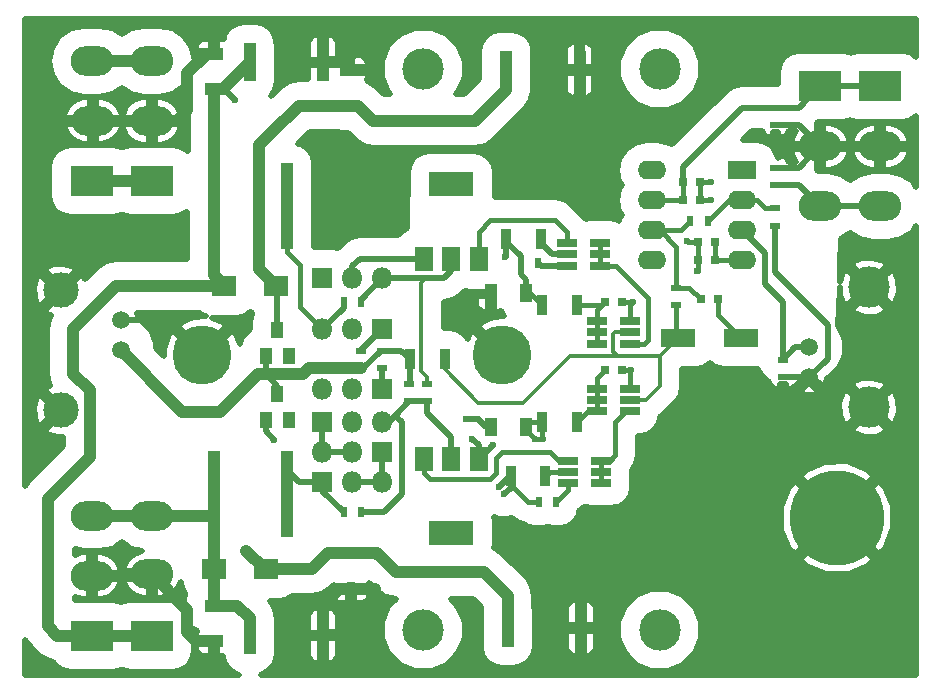
<source format=gtl>
G04 #@! TF.FileFunction,Copper,L1,Top,Signal*
%FSLAX46Y46*%
G04 Gerber Fmt 4.6, Leading zero omitted, Abs format (unit mm)*
G04 Created by KiCad (PCBNEW 4.0.2-stable) date 06/11/2017 10:09:17*
%MOMM*%
G01*
G04 APERTURE LIST*
%ADD10C,0.100000*%
%ADD11R,0.900000X1.700000*%
%ADD12R,2.400000X1.600000*%
%ADD13O,2.400000X1.600000*%
%ADD14R,1.660000X0.650000*%
%ADD15R,1.000000X1.600000*%
%ADD16R,0.900000X0.500000*%
%ADD17R,0.500000X0.900000*%
%ADD18R,0.800000X0.750000*%
%ADD19R,3.000000X1.600000*%
%ADD20R,1.600000X1.000000*%
%ADD21C,1.500000*%
%ADD22C,3.500000*%
%ADD23O,3.600000X2.500000*%
%ADD24R,3.600000X2.500000*%
%ADD25C,3.000000*%
%ADD26R,1.800000X1.800000*%
%ADD27O,1.800000X1.800000*%
%ADD28R,1.000000X3.200000*%
%ADD29C,8.000000*%
%ADD30R,2.100000X1.800000*%
%ADD31R,1.000000X1.400000*%
%ADD32R,3.800000X2.000000*%
%ADD33R,1.500000X2.000000*%
%ADD34C,5.000000*%
%ADD35C,0.600000*%
%ADD36C,0.500000*%
%ADD37C,1.000000*%
%ADD38C,0.400000*%
%ADD39C,0.300000*%
G04 APERTURE END LIST*
D10*
D11*
X192966000Y-186436000D03*
X190066000Y-186436000D03*
D12*
X207010000Y-165100000D03*
D13*
X199390000Y-172720000D03*
X207010000Y-167640000D03*
X199390000Y-170180000D03*
X207010000Y-170180000D03*
X199390000Y-167640000D03*
X207010000Y-172720000D03*
X199390000Y-165100000D03*
D14*
X194688000Y-183581000D03*
X194688000Y-184531000D03*
X194688000Y-185481000D03*
X197488000Y-185481000D03*
X197488000Y-183581000D03*
X197488000Y-184531000D03*
D15*
X185698000Y-186817000D03*
X188698000Y-186817000D03*
D16*
X176530000Y-180352000D03*
X176530000Y-181852000D03*
D14*
X195075000Y-191577000D03*
X195075000Y-190627000D03*
X195075000Y-189677000D03*
X192275000Y-189677000D03*
X192275000Y-191577000D03*
X192275000Y-190627000D03*
D16*
X209804000Y-159778000D03*
X209804000Y-161278000D03*
D17*
X191250000Y-193167000D03*
X189750000Y-193167000D03*
D18*
X204966000Y-176022000D03*
X203466000Y-176022000D03*
D19*
X206916000Y-179324000D03*
X201516000Y-179324000D03*
D18*
X203442000Y-167640000D03*
X201942000Y-167640000D03*
X203212000Y-171196000D03*
X204712000Y-171196000D03*
D15*
X188698000Y-175514000D03*
X185698000Y-175514000D03*
D18*
X203442000Y-166116000D03*
X201942000Y-166116000D03*
X203212000Y-172720000D03*
X204712000Y-172720000D03*
X196838000Y-176276000D03*
X195338000Y-176276000D03*
X195338000Y-181991000D03*
X196838000Y-181991000D03*
D20*
X173736000Y-159615000D03*
X173736000Y-156615000D03*
X173863000Y-200509000D03*
X173863000Y-197509000D03*
D21*
X212664000Y-180086000D03*
X212664000Y-182626000D03*
D22*
X217744000Y-185166000D03*
X217744000Y-175006000D03*
D23*
X218694000Y-168148000D03*
X218694000Y-163068000D03*
D24*
X218694000Y-157988000D03*
X213614000Y-157988000D03*
D23*
X213614000Y-163068000D03*
X213614000Y-168148000D03*
X151920000Y-155840000D03*
X152020000Y-160884000D03*
D24*
X151920000Y-166000000D03*
X157000000Y-166000000D03*
D23*
X157000000Y-160920000D03*
X157000000Y-155840000D03*
X151920000Y-194340000D03*
X151920000Y-199420000D03*
D24*
X151920000Y-204500000D03*
X157000000Y-204500000D03*
D23*
X157020000Y-199284000D03*
X157000000Y-194340000D03*
D21*
X154366000Y-180340000D03*
X154366000Y-177800000D03*
D25*
X149286000Y-175260000D03*
X149286000Y-185420000D03*
D26*
X171450000Y-174244000D03*
D27*
X173990000Y-174244000D03*
X176530000Y-174244000D03*
D26*
X171450000Y-186372500D03*
D27*
X173990000Y-186372500D03*
X176530000Y-186372500D03*
D26*
X176530000Y-178562000D03*
D27*
X173990000Y-178562000D03*
X171450000Y-178562000D03*
D26*
X176530000Y-183642000D03*
D27*
X173990000Y-183642000D03*
X171450000Y-183642000D03*
D16*
X210439000Y-182614000D03*
X210439000Y-181114000D03*
X209804000Y-169787000D03*
X209804000Y-168287000D03*
D28*
X165302000Y-155956000D03*
X171502000Y-155956000D03*
X171502000Y-204470000D03*
X165302000Y-204470000D03*
D16*
X201422000Y-175018000D03*
X201422000Y-176518000D03*
X209804000Y-166358000D03*
X209804000Y-164858000D03*
D11*
X190066000Y-176530000D03*
X192966000Y-176530000D03*
D17*
X188226000Y-172974000D03*
X189726000Y-172974000D03*
D28*
X162254000Y-170180000D03*
X168454000Y-170180000D03*
X168454000Y-190500000D03*
X162254000Y-190500000D03*
X162254000Y-166116000D03*
X168454000Y-166116000D03*
X168454000Y-194564000D03*
X162254000Y-194564000D03*
X187019000Y-156591000D03*
X193219000Y-156591000D03*
X187146000Y-203835000D03*
X193346000Y-203835000D03*
D29*
X215000000Y-194500000D03*
D22*
X200000000Y-156500000D03*
X180000000Y-156500000D03*
X200000000Y-204000000D03*
D16*
X174752000Y-180352000D03*
X174752000Y-181852000D03*
D22*
X180000000Y-204000000D03*
D20*
X162306000Y-158218000D03*
X162306000Y-155218000D03*
X162306000Y-201954000D03*
X162306000Y-204954000D03*
D30*
X163154000Y-174879000D03*
X167554000Y-174879000D03*
X166665000Y-198882000D03*
X162265000Y-198882000D03*
D31*
X166690000Y-180805000D03*
X168590000Y-180805000D03*
X167640000Y-178605000D03*
X166690000Y-186266000D03*
X168590000Y-186266000D03*
X167640000Y-184066000D03*
D32*
X182372000Y-166268000D03*
D33*
X182372000Y-172568000D03*
X184672000Y-172568000D03*
X180072000Y-172568000D03*
D32*
X182372000Y-195809000D03*
D33*
X182372000Y-189509000D03*
X180072000Y-189509000D03*
X184672000Y-189509000D03*
D17*
X204077000Y-169418000D03*
X202577000Y-169418000D03*
D11*
X181790000Y-181102000D03*
X178890000Y-181102000D03*
D16*
X178816000Y-184646000D03*
X178816000Y-183146000D03*
D14*
X194948000Y-173162000D03*
X194948000Y-172212000D03*
X194948000Y-171262000D03*
X192148000Y-171262000D03*
X192148000Y-173162000D03*
X192148000Y-172212000D03*
X194688000Y-177866000D03*
X194688000Y-178816000D03*
X194688000Y-179766000D03*
X197488000Y-179766000D03*
X197488000Y-177866000D03*
X197488000Y-178816000D03*
D26*
X176530000Y-188976000D03*
D27*
X173990000Y-188976000D03*
X171450000Y-188976000D03*
D26*
X171450000Y-191516000D03*
D27*
X173990000Y-191516000D03*
X176530000Y-191516000D03*
D16*
X180340000Y-183146000D03*
X180340000Y-184646000D03*
D17*
X174740000Y-176276000D03*
X173240000Y-176276000D03*
X174740000Y-194056000D03*
X173240000Y-194056000D03*
D34*
X161290000Y-180721000D03*
X186690000Y-180721000D03*
D11*
X187018000Y-170942000D03*
X189918000Y-170942000D03*
X190299000Y-191008000D03*
X187399000Y-191008000D03*
D35*
X183578500Y-186118500D03*
X171323000Y-171005500D03*
X177990500Y-163830000D03*
X194945000Y-168211500D03*
X203835000Y-182880000D03*
X199326500Y-188976000D03*
X194119500Y-195389500D03*
X184658000Y-186182000D03*
X194945000Y-203835000D03*
X162433000Y-206629000D03*
X172974000Y-204470000D03*
X175895000Y-200533000D03*
X193294000Y-159385000D03*
X194564000Y-156591000D03*
X162687000Y-153670000D03*
X174244000Y-154940000D03*
X204343000Y-166116000D03*
X204343000Y-167640000D03*
X202311000Y-171069000D03*
X203200000Y-173609000D03*
X184531000Y-175514000D03*
X197739000Y-176276000D03*
X197612000Y-181991000D03*
X164020500Y-159131000D03*
X186944000Y-172466000D03*
X186436000Y-191897000D03*
X186817000Y-192532000D03*
X189484000Y-187833000D03*
X190119000Y-187833000D03*
X167132000Y-161925000D03*
X166179500Y-162877500D03*
X176022000Y-197548500D03*
X164973000Y-197294500D03*
X167386000Y-187896500D03*
X185928000Y-188341000D03*
X184150000Y-187833000D03*
D36*
X212664000Y-182626000D02*
X212664000Y-182687000D01*
X212664000Y-182687000D02*
X211518500Y-183832500D01*
X211518500Y-183832500D02*
X204787500Y-183832500D01*
X204787500Y-183832500D02*
X203835000Y-182880000D01*
X184658000Y-186182000D02*
X183642000Y-186182000D01*
X183642000Y-186182000D02*
X183578500Y-186118500D01*
X177990500Y-163830000D02*
X177990500Y-164338000D01*
X177990500Y-164338000D02*
X171323000Y-171005500D01*
X193294000Y-159385000D02*
X189928500Y-159385000D01*
X189928500Y-159385000D02*
X185991500Y-163322000D01*
X185991500Y-163322000D02*
X178498500Y-163322000D01*
X178498500Y-163322000D02*
X177990500Y-163830000D01*
X194564000Y-156591000D02*
X194564000Y-167830500D01*
X194564000Y-167830500D02*
X194945000Y-168211500D01*
X199326500Y-188976000D02*
X199326500Y-188214000D01*
X199326500Y-188214000D02*
X203835000Y-183705500D01*
X203835000Y-183705500D02*
X203835000Y-182880000D01*
X194119500Y-195389500D02*
X195834000Y-195389500D01*
X195834000Y-195389500D02*
X199326500Y-191897000D01*
X199326500Y-191897000D02*
X199326500Y-188976000D01*
X194945000Y-203835000D02*
X194945000Y-196215000D01*
X194945000Y-196215000D02*
X194119500Y-195389500D01*
X185698000Y-186817000D02*
X185293000Y-186817000D01*
X185293000Y-186817000D02*
X184658000Y-186182000D01*
X154366000Y-177800000D02*
X158369000Y-177800000D01*
X158369000Y-177800000D02*
X161290000Y-180721000D01*
D37*
X193346000Y-203835000D02*
X194945000Y-203835000D01*
X162306000Y-204954000D02*
X162306000Y-206502000D01*
X162306000Y-206502000D02*
X162433000Y-206629000D01*
X171502000Y-204470000D02*
X172974000Y-204470000D01*
X173863000Y-200509000D02*
X175871000Y-200509000D01*
X175871000Y-200509000D02*
X175895000Y-200533000D01*
X171502000Y-204470000D02*
X171502000Y-201878000D01*
X171502000Y-201878000D02*
X172871000Y-200509000D01*
X172871000Y-200509000D02*
X173863000Y-200509000D01*
X162306000Y-204954000D02*
X160758000Y-204954000D01*
X160758000Y-204954000D02*
X160020000Y-204216000D01*
X160020000Y-204216000D02*
X160020000Y-202284000D01*
X160020000Y-202284000D02*
X157020000Y-199284000D01*
X151920000Y-199420000D02*
X156884000Y-199420000D01*
X156884000Y-199420000D02*
X157020000Y-199284000D01*
X152020000Y-160884000D02*
X156964000Y-160884000D01*
X156964000Y-160884000D02*
X157000000Y-160920000D01*
X193219000Y-156591000D02*
X193219000Y-159310000D01*
X193219000Y-159310000D02*
X193294000Y-159385000D01*
X193219000Y-156591000D02*
X194564000Y-156591000D01*
X162306000Y-155218000D02*
X162306000Y-154051000D01*
X162306000Y-154051000D02*
X162687000Y-153670000D01*
X173736000Y-156615000D02*
X173736000Y-155448000D01*
X173736000Y-155448000D02*
X174244000Y-154940000D01*
X171502000Y-155956000D02*
X173077000Y-155956000D01*
X173077000Y-155956000D02*
X173736000Y-156615000D01*
X162306000Y-155218000D02*
X161647000Y-155218000D01*
X161647000Y-155218000D02*
X160020000Y-156845000D01*
X160020000Y-156845000D02*
X160020000Y-160020000D01*
X160020000Y-160020000D02*
X159120000Y-160920000D01*
X159120000Y-160920000D02*
X157000000Y-160920000D01*
D36*
X213614000Y-163068000D02*
X218694000Y-163068000D01*
X209804000Y-161278000D02*
X211824000Y-161278000D01*
X211824000Y-161278000D02*
X213614000Y-163068000D01*
X209804000Y-164858000D02*
X211824000Y-164858000D01*
X211824000Y-164858000D02*
X213614000Y-163068000D01*
X212664000Y-182626000D02*
X210451000Y-182626000D01*
X210451000Y-182626000D02*
X210439000Y-182614000D01*
X209804000Y-169787000D02*
X209804000Y-173736000D01*
X209804000Y-173736000D02*
X214249000Y-178181000D01*
X214249000Y-178181000D02*
X214249000Y-181041000D01*
X214249000Y-181041000D02*
X212664000Y-182626000D01*
D38*
X203442000Y-166116000D02*
X204343000Y-166116000D01*
X203442000Y-167640000D02*
X204343000Y-167640000D01*
X203442000Y-167640000D02*
X203442000Y-166116000D01*
X203212000Y-171196000D02*
X202438000Y-171196000D01*
X202438000Y-171196000D02*
X202311000Y-171069000D01*
X203212000Y-172720000D02*
X203212000Y-173597000D01*
X203212000Y-173597000D02*
X203200000Y-173609000D01*
X203212000Y-171196000D02*
X203212000Y-172720000D01*
X185698000Y-175514000D02*
X184531000Y-175514000D01*
X197488000Y-177866000D02*
X197488000Y-176527000D01*
X197739000Y-176276000D02*
X196838000Y-176276000D01*
X197488000Y-176527000D02*
X197739000Y-176276000D01*
X197488000Y-183581000D02*
X197488000Y-182115000D01*
X197612000Y-181991000D02*
X196838000Y-181991000D01*
X197488000Y-182115000D02*
X197612000Y-181991000D01*
X204966000Y-176022000D02*
X204966000Y-177374000D01*
X204966000Y-177374000D02*
X206916000Y-179324000D01*
X201422000Y-176518000D02*
X201422000Y-179230000D01*
X201422000Y-179230000D02*
X201516000Y-179324000D01*
D39*
X196723000Y-180848000D02*
X192405000Y-180848000D01*
X184658000Y-184785000D02*
X181790000Y-181917000D01*
X188468000Y-184785000D02*
X184658000Y-184785000D01*
X192405000Y-180848000D02*
X188468000Y-184785000D01*
X181790000Y-181917000D02*
X181790000Y-181102000D01*
X197488000Y-184531000D02*
X198882000Y-184531000D01*
X200025000Y-183388000D02*
X200025000Y-180815000D01*
X198882000Y-184531000D02*
X200025000Y-183388000D01*
X197488000Y-178816000D02*
X196215000Y-178816000D01*
X199992000Y-180848000D02*
X200025000Y-180815000D01*
X200025000Y-180815000D02*
X201516000Y-179324000D01*
X196469000Y-180848000D02*
X196723000Y-180848000D01*
X196723000Y-180848000D02*
X199992000Y-180848000D01*
X196088000Y-180467000D02*
X196469000Y-180848000D01*
X196088000Y-178943000D02*
X196088000Y-180467000D01*
X196215000Y-178816000D02*
X196088000Y-178943000D01*
D36*
X201942000Y-166116000D02*
X201942000Y-164834000D01*
X201942000Y-164834000D02*
X206998000Y-159778000D01*
X206998000Y-159778000D02*
X209804000Y-159778000D01*
X213614000Y-157988000D02*
X218694000Y-157988000D01*
X209804000Y-159778000D02*
X211824000Y-159778000D01*
X211824000Y-159778000D02*
X213614000Y-157988000D01*
D38*
X201942000Y-167640000D02*
X201942000Y-166116000D01*
X199390000Y-167640000D02*
X201942000Y-167640000D01*
D36*
X213614000Y-168148000D02*
X218694000Y-168148000D01*
X209804000Y-166358000D02*
X211824000Y-166358000D01*
X211824000Y-166358000D02*
X213614000Y-168148000D01*
D38*
X204712000Y-172720000D02*
X207010000Y-172720000D01*
X204712000Y-171196000D02*
X204712000Y-172720000D01*
D36*
X164020500Y-159131000D02*
X163107500Y-158218000D01*
X163107500Y-158218000D02*
X162306000Y-158218000D01*
X187018000Y-170942000D02*
X187018000Y-172392000D01*
X187018000Y-172392000D02*
X186944000Y-172466000D01*
D37*
X151920000Y-204500000D02*
X149001000Y-204500000D01*
X149001000Y-204500000D02*
X148209000Y-203708000D01*
X148209000Y-203708000D02*
X148209000Y-192913000D01*
X148209000Y-192913000D02*
X151765000Y-189357000D01*
X151765000Y-189357000D02*
X151765000Y-183705500D01*
X151765000Y-183705500D02*
X150368000Y-182308500D01*
X150368000Y-182308500D02*
X150368000Y-178498500D01*
X150368000Y-178498500D02*
X153987500Y-174879000D01*
X153987500Y-174879000D02*
X163154000Y-174879000D01*
X151920000Y-204500000D02*
X157000000Y-204500000D01*
X162306000Y-158218000D02*
X163040000Y-158218000D01*
X163040000Y-158218000D02*
X165302000Y-155956000D01*
X162306000Y-158218000D02*
X162306000Y-166064000D01*
X162306000Y-166064000D02*
X162254000Y-166116000D01*
X162254000Y-170180000D02*
X162254000Y-173979000D01*
X162254000Y-173979000D02*
X163154000Y-174879000D01*
X162254000Y-166116000D02*
X162254000Y-170180000D01*
D36*
X188226000Y-172974000D02*
X188226000Y-172351000D01*
X188226000Y-172351000D02*
X187018000Y-171143000D01*
X187018000Y-171143000D02*
X187018000Y-170942000D01*
X188698000Y-175514000D02*
X188698000Y-174347000D01*
X188698000Y-174347000D02*
X188226000Y-173875000D01*
X188226000Y-173875000D02*
X188226000Y-172974000D01*
D38*
X188698000Y-175514000D02*
X189050000Y-175514000D01*
X189050000Y-175514000D02*
X190066000Y-176530000D01*
D36*
X187399000Y-191008000D02*
X187325000Y-191008000D01*
X187325000Y-191008000D02*
X186436000Y-191897000D01*
X187399000Y-191008000D02*
X187399000Y-191950000D01*
X187399000Y-191950000D02*
X186817000Y-192532000D01*
D37*
X162254000Y-194564000D02*
X162254000Y-190500000D01*
X162306000Y-201954000D02*
X164235000Y-201954000D01*
X164235000Y-201954000D02*
X165302000Y-203021000D01*
X165302000Y-203021000D02*
X165302000Y-204470000D01*
X162265000Y-198882000D02*
X162265000Y-201913000D01*
X162265000Y-201913000D02*
X162306000Y-201954000D01*
X162254000Y-194564000D02*
X162254000Y-198871000D01*
X162254000Y-198871000D02*
X162265000Y-198882000D01*
X157000000Y-194340000D02*
X162030000Y-194340000D01*
X162030000Y-194340000D02*
X162254000Y-194564000D01*
X151920000Y-194340000D02*
X157000000Y-194340000D01*
D38*
X187399000Y-191008000D02*
X187399000Y-191717000D01*
X187399000Y-191717000D02*
X188849000Y-193167000D01*
X188849000Y-193167000D02*
X189750000Y-193167000D01*
X190119000Y-187833000D02*
X189484000Y-187833000D01*
X188698000Y-186817000D02*
X188698000Y-187047000D01*
X188698000Y-187047000D02*
X189484000Y-187833000D01*
X190066000Y-186436000D02*
X190066000Y-187780000D01*
X190066000Y-187780000D02*
X190119000Y-187833000D01*
X190066000Y-186436000D02*
X189079000Y-186436000D01*
X189079000Y-186436000D02*
X188698000Y-186817000D01*
X194688000Y-178816000D02*
X194688000Y-179766000D01*
X194688000Y-177866000D02*
X194688000Y-178816000D01*
X192966000Y-176530000D02*
X195084000Y-176530000D01*
X195084000Y-176530000D02*
X195338000Y-176276000D01*
X194688000Y-177866000D02*
X194688000Y-176926000D01*
X194688000Y-176926000D02*
X195338000Y-176276000D01*
X194688000Y-185481000D02*
X193921000Y-185481000D01*
X193921000Y-185481000D02*
X192966000Y-186436000D01*
X194688000Y-184531000D02*
X194688000Y-185481000D01*
X194688000Y-183581000D02*
X194688000Y-184531000D01*
X194688000Y-183581000D02*
X194688000Y-182641000D01*
X194688000Y-182641000D02*
X195338000Y-181991000D01*
D37*
X166179500Y-162877500D02*
X166116000Y-162941000D01*
X151920000Y-166000000D02*
X157000000Y-166000000D01*
X173736000Y-159615000D02*
X169442000Y-159615000D01*
X169442000Y-159615000D02*
X167132000Y-161925000D01*
X167132000Y-161925000D02*
X166116000Y-162941000D01*
X166116000Y-162941000D02*
X166116000Y-173441000D01*
X166116000Y-173441000D02*
X167554000Y-174879000D01*
X173736000Y-159615000D02*
X174474000Y-159615000D01*
X174474000Y-159615000D02*
X175768000Y-160909000D01*
X175768000Y-160909000D02*
X184404000Y-160909000D01*
X184404000Y-160909000D02*
X187019000Y-158294000D01*
X187019000Y-158294000D02*
X187019000Y-156591000D01*
D36*
X167640000Y-178605000D02*
X167640000Y-174965000D01*
X167640000Y-174965000D02*
X167554000Y-174879000D01*
X180072000Y-172568000D02*
X174650000Y-172568000D01*
X174650000Y-172568000D02*
X173990000Y-173228000D01*
X173990000Y-173228000D02*
X173990000Y-174244000D01*
D37*
X176022000Y-197548500D02*
X176053750Y-197516750D01*
X176053750Y-197516750D02*
X176046000Y-197509000D01*
X164973000Y-197294500D02*
X166560500Y-198882000D01*
X166560500Y-198882000D02*
X166665000Y-198882000D01*
D36*
X167386000Y-187896500D02*
X166690000Y-187200500D01*
X166690000Y-187200500D02*
X166690000Y-186266000D01*
D37*
X187146000Y-203835000D02*
X187146000Y-201116000D01*
X187146000Y-201116000D02*
X185166000Y-199136000D01*
X185166000Y-199136000D02*
X177673000Y-199136000D01*
X177673000Y-199136000D02*
X176046000Y-197509000D01*
X176046000Y-197509000D02*
X173863000Y-197509000D01*
X166665000Y-198882000D02*
X170561000Y-198882000D01*
X170561000Y-198882000D02*
X171934000Y-197509000D01*
X171934000Y-197509000D02*
X173863000Y-197509000D01*
X151920000Y-155840000D02*
X157000000Y-155840000D01*
D36*
X184672000Y-189509000D02*
X184760000Y-189509000D01*
X184760000Y-189509000D02*
X185928000Y-188341000D01*
X184672000Y-189509000D02*
X184672000Y-188355000D01*
X184672000Y-188355000D02*
X184150000Y-187833000D01*
X210439000Y-181114000D02*
X210439000Y-176276000D01*
X210439000Y-176276000D02*
X208915000Y-174752000D01*
X208915000Y-174752000D02*
X208915000Y-172085000D01*
X208915000Y-172085000D02*
X207010000Y-170180000D01*
X212664000Y-180086000D02*
X211467000Y-180086000D01*
X211467000Y-180086000D02*
X210439000Y-181114000D01*
D37*
X163322000Y-185039000D02*
X162814000Y-185547000D01*
X162814000Y-185547000D02*
X159573000Y-185547000D01*
X159573000Y-185547000D02*
X159065000Y-185039000D01*
D36*
X167640000Y-184066000D02*
X167640000Y-183322000D01*
X167640000Y-183322000D02*
X166690000Y-182372000D01*
X166690000Y-180805000D02*
X166690000Y-182372000D01*
X166690000Y-182372000D02*
X166563000Y-182245000D01*
X166563000Y-182245000D02*
X166497000Y-182245000D01*
X166497000Y-182245000D02*
X166497000Y-182372000D01*
D37*
X174752000Y-181852000D02*
X170319000Y-181852000D01*
X170319000Y-181852000D02*
X169799000Y-182372000D01*
X169799000Y-182372000D02*
X166497000Y-182372000D01*
X166497000Y-182372000D02*
X165989000Y-182372000D01*
X165989000Y-182372000D02*
X163322000Y-185039000D01*
X159065000Y-185039000D02*
X154366000Y-180340000D01*
D36*
X176530000Y-180352000D02*
X176391000Y-180352000D01*
X176391000Y-180352000D02*
X174891000Y-181852000D01*
X174891000Y-181852000D02*
X174752000Y-181852000D01*
X176530000Y-180352000D02*
X178140000Y-180352000D01*
X178140000Y-180352000D02*
X178890000Y-181102000D01*
X178890000Y-181102000D02*
X178890000Y-183072000D01*
X178890000Y-183072000D02*
X178816000Y-183146000D01*
D38*
X194948000Y-173162000D02*
X196276000Y-173162000D01*
X198694000Y-179766000D02*
X197488000Y-179766000D01*
X199009000Y-179451000D02*
X198694000Y-179766000D01*
X199009000Y-175895000D02*
X199009000Y-179451000D01*
X196276000Y-173162000D02*
X199009000Y-175895000D01*
X194948000Y-172212000D02*
X194948000Y-173162000D01*
X194948000Y-171262000D02*
X194948000Y-172212000D01*
D36*
X174752000Y-180352000D02*
X174752000Y-180340000D01*
X174752000Y-180340000D02*
X176530000Y-178562000D01*
X176530000Y-181852000D02*
X176530000Y-183642000D01*
D38*
X192275000Y-191577000D02*
X192275000Y-192142000D01*
X192275000Y-192142000D02*
X191250000Y-193167000D01*
X195075000Y-190627000D02*
X195075000Y-191577000D01*
X195075000Y-189677000D02*
X195075000Y-190627000D01*
X197488000Y-185481000D02*
X197170000Y-185481000D01*
X197170000Y-185481000D02*
X196215000Y-186436000D01*
X196215000Y-186436000D02*
X196215000Y-189230000D01*
X196215000Y-189230000D02*
X195768000Y-189677000D01*
X195768000Y-189677000D02*
X195075000Y-189677000D01*
D36*
X192148000Y-173162000D02*
X189914000Y-173162000D01*
X189914000Y-173162000D02*
X189726000Y-172974000D01*
D38*
X201422000Y-175018000D02*
X202462000Y-175018000D01*
X202462000Y-175018000D02*
X203466000Y-176022000D01*
X199390000Y-170180000D02*
X200025000Y-170180000D01*
X200025000Y-170180000D02*
X201422000Y-171577000D01*
X201422000Y-171577000D02*
X201422000Y-175018000D01*
X199390000Y-170180000D02*
X201815000Y-170180000D01*
X201815000Y-170180000D02*
X202577000Y-169418000D01*
X192148000Y-171262000D02*
X192148000Y-170304000D01*
X192148000Y-170304000D02*
X191135000Y-169291000D01*
X191135000Y-169291000D02*
X185674000Y-169291000D01*
X185674000Y-169291000D02*
X184672000Y-170293000D01*
X184672000Y-170293000D02*
X184672000Y-172568000D01*
D36*
X192148000Y-172212000D02*
X190881000Y-172212000D01*
X190881000Y-172212000D02*
X189918000Y-171249000D01*
X189918000Y-171249000D02*
X189918000Y-170942000D01*
D38*
X192275000Y-189677000D02*
X191455000Y-189677000D01*
X191455000Y-189677000D02*
X190754000Y-188976000D01*
X190754000Y-188976000D02*
X186690000Y-188976000D01*
X186690000Y-188976000D02*
X186182000Y-189484000D01*
X186182000Y-189484000D02*
X186182000Y-190754000D01*
X186182000Y-190754000D02*
X185674000Y-191262000D01*
X185674000Y-191262000D02*
X180594000Y-191262000D01*
X180594000Y-191262000D02*
X180072000Y-190740000D01*
X180072000Y-190740000D02*
X180072000Y-189509000D01*
X192275000Y-190627000D02*
X190680000Y-190627000D01*
X190680000Y-190627000D02*
X190299000Y-191008000D01*
D36*
X174740000Y-194056000D02*
X176657000Y-194056000D01*
X176657000Y-194056000D02*
X178181000Y-192532000D01*
X178181000Y-192532000D02*
X178181000Y-186436000D01*
X178181000Y-186436000D02*
X177603500Y-185858500D01*
X176530000Y-186372500D02*
X177089500Y-186372500D01*
X177089500Y-186372500D02*
X177603500Y-185858500D01*
X177603500Y-185858500D02*
X178816000Y-184646000D01*
X180340000Y-184646000D02*
X180340000Y-185674000D01*
X180340000Y-185674000D02*
X182372000Y-187706000D01*
X182372000Y-187706000D02*
X182372000Y-189509000D01*
X178816000Y-184646000D02*
X180340000Y-184646000D01*
D38*
X207010000Y-167640000D02*
X208280000Y-167640000D01*
X208280000Y-167640000D02*
X208927000Y-168287000D01*
X208927000Y-168287000D02*
X209804000Y-168287000D01*
X204077000Y-169418000D02*
X204089000Y-169418000D01*
X204089000Y-169418000D02*
X205867000Y-167640000D01*
X205867000Y-167640000D02*
X207010000Y-167640000D01*
D36*
X171450000Y-191516000D02*
X169470000Y-191516000D01*
X169470000Y-191516000D02*
X168454000Y-190500000D01*
D37*
X168454000Y-194564000D02*
X168454000Y-190500000D01*
D36*
X171450000Y-191516000D02*
X171450000Y-192266000D01*
X171450000Y-192266000D02*
X173240000Y-194056000D01*
X174740000Y-176276000D02*
X174740000Y-176034000D01*
X174740000Y-176034000D02*
X176530000Y-174244000D01*
D39*
X179832000Y-174752000D02*
X179832000Y-174625000D01*
X179832000Y-174625000D02*
X180213000Y-174244000D01*
D36*
X176530000Y-174244000D02*
X180213000Y-174244000D01*
X180213000Y-174244000D02*
X181737000Y-174244000D01*
X181737000Y-174244000D02*
X182372000Y-173609000D01*
X182372000Y-173609000D02*
X182372000Y-172568000D01*
D39*
X180340000Y-183146000D02*
X180340000Y-182626000D01*
X180340000Y-182626000D02*
X179832000Y-182118000D01*
X179832000Y-182118000D02*
X179832000Y-174752000D01*
D38*
X171450000Y-178562000D02*
X169545000Y-176657000D01*
X169545000Y-176657000D02*
X169545000Y-173101000D01*
X169545000Y-173101000D02*
X168454000Y-172010000D01*
X168454000Y-172010000D02*
X168454000Y-170180000D01*
D37*
X168454000Y-166116000D02*
X168454000Y-170180000D01*
D36*
X171450000Y-188976000D02*
X171450000Y-186372500D01*
X173990000Y-188976000D02*
X171450000Y-188976000D01*
X173240000Y-176276000D02*
X173240000Y-176772000D01*
X173240000Y-176772000D02*
X171450000Y-178562000D01*
X176530000Y-191516000D02*
X173990000Y-191516000D01*
X176530000Y-188976000D02*
X176530000Y-191516000D01*
G36*
X160811814Y-204097708D02*
X160839467Y-204103308D01*
X160756000Y-204304816D01*
X160756000Y-204516500D01*
X160943500Y-204704000D01*
X162056000Y-204704000D01*
X162056000Y-204684000D01*
X162556000Y-204684000D01*
X162556000Y-204704000D01*
X162576000Y-204704000D01*
X162576000Y-205204000D01*
X162556000Y-205204000D01*
X162556000Y-206016500D01*
X162743500Y-206204000D01*
X163042930Y-206204000D01*
X163139742Y-206718511D01*
X163523011Y-207314129D01*
X164107814Y-207713708D01*
X164415422Y-207776000D01*
X146300000Y-207776000D01*
X146300000Y-204823055D01*
X146618010Y-205298990D01*
X147410010Y-206090990D01*
X148139962Y-206578729D01*
X148637376Y-206677671D01*
X148841011Y-206994129D01*
X149425814Y-207393708D01*
X150120000Y-207534284D01*
X153720000Y-207534284D01*
X154368511Y-207412258D01*
X154453203Y-207357760D01*
X154505814Y-207393708D01*
X155200000Y-207534284D01*
X158800000Y-207534284D01*
X159448511Y-207412258D01*
X160044129Y-207028989D01*
X160443708Y-206444186D01*
X160584284Y-205750000D01*
X160584284Y-205391500D01*
X160756000Y-205391500D01*
X160756000Y-205603184D01*
X160870181Y-205878841D01*
X161081159Y-206089819D01*
X161356815Y-206204000D01*
X161868500Y-206204000D01*
X162056000Y-206016500D01*
X162056000Y-205204000D01*
X160943500Y-205204000D01*
X160756000Y-205391500D01*
X160584284Y-205391500D01*
X160584284Y-203942243D01*
X160811814Y-204097708D01*
X160811814Y-204097708D01*
G37*
X160811814Y-204097708D02*
X160839467Y-204103308D01*
X160756000Y-204304816D01*
X160756000Y-204516500D01*
X160943500Y-204704000D01*
X162056000Y-204704000D01*
X162056000Y-204684000D01*
X162556000Y-204684000D01*
X162556000Y-204704000D01*
X162576000Y-204704000D01*
X162576000Y-205204000D01*
X162556000Y-205204000D01*
X162556000Y-206016500D01*
X162743500Y-206204000D01*
X163042930Y-206204000D01*
X163139742Y-206718511D01*
X163523011Y-207314129D01*
X164107814Y-207713708D01*
X164415422Y-207776000D01*
X146300000Y-207776000D01*
X146300000Y-204823055D01*
X146618010Y-205298990D01*
X147410010Y-206090990D01*
X148139962Y-206578729D01*
X148637376Y-206677671D01*
X148841011Y-206994129D01*
X149425814Y-207393708D01*
X150120000Y-207534284D01*
X153720000Y-207534284D01*
X154368511Y-207412258D01*
X154453203Y-207357760D01*
X154505814Y-207393708D01*
X155200000Y-207534284D01*
X158800000Y-207534284D01*
X159448511Y-207412258D01*
X160044129Y-207028989D01*
X160443708Y-206444186D01*
X160584284Y-205750000D01*
X160584284Y-205391500D01*
X160756000Y-205391500D01*
X160756000Y-205603184D01*
X160870181Y-205878841D01*
X161081159Y-206089819D01*
X161356815Y-206204000D01*
X161868500Y-206204000D01*
X162056000Y-206016500D01*
X162056000Y-205204000D01*
X160943500Y-205204000D01*
X160756000Y-205391500D01*
X160584284Y-205391500D01*
X160584284Y-203942243D01*
X160811814Y-204097708D01*
G36*
X221746000Y-207776000D02*
X166218043Y-207776000D01*
X166450511Y-207732258D01*
X167046129Y-207348989D01*
X167445708Y-206764186D01*
X167586284Y-206070000D01*
X167586284Y-204907500D01*
X170252000Y-204907500D01*
X170252000Y-206219185D01*
X170366181Y-206494841D01*
X170577159Y-206705819D01*
X170852816Y-206820000D01*
X171064500Y-206820000D01*
X171252000Y-206632500D01*
X171252000Y-204720000D01*
X171752000Y-204720000D01*
X171752000Y-206632500D01*
X171939500Y-206820000D01*
X172151184Y-206820000D01*
X172426841Y-206705819D01*
X172637819Y-206494841D01*
X172752000Y-206219185D01*
X172752000Y-204907500D01*
X172564500Y-204720000D01*
X171752000Y-204720000D01*
X171252000Y-204720000D01*
X170439500Y-204720000D01*
X170252000Y-204907500D01*
X167586284Y-204907500D01*
X167586284Y-202870000D01*
X167558213Y-202720815D01*
X170252000Y-202720815D01*
X170252000Y-204032500D01*
X170439500Y-204220000D01*
X171252000Y-204220000D01*
X171252000Y-202307500D01*
X171752000Y-202307500D01*
X171752000Y-204220000D01*
X172564500Y-204220000D01*
X172752000Y-204032500D01*
X172752000Y-202720815D01*
X172637819Y-202445159D01*
X172426841Y-202234181D01*
X172151184Y-202120000D01*
X171939500Y-202120000D01*
X171752000Y-202307500D01*
X171252000Y-202307500D01*
X171064500Y-202120000D01*
X170852816Y-202120000D01*
X170577159Y-202234181D01*
X170366181Y-202445159D01*
X170252000Y-202720815D01*
X167558213Y-202720815D01*
X167464258Y-202221489D01*
X167080989Y-201625871D01*
X166993781Y-201566284D01*
X167715000Y-201566284D01*
X168363511Y-201444258D01*
X168848775Y-201132000D01*
X170561000Y-201132000D01*
X171422038Y-200960729D01*
X171443333Y-200946500D01*
X172313000Y-200946500D01*
X172313000Y-201158184D01*
X172427181Y-201433841D01*
X172638159Y-201644819D01*
X172913815Y-201759000D01*
X173425500Y-201759000D01*
X173613000Y-201571500D01*
X173613000Y-200759000D01*
X174113000Y-200759000D01*
X174113000Y-201571500D01*
X174300500Y-201759000D01*
X174812185Y-201759000D01*
X175087841Y-201644819D01*
X175298819Y-201433841D01*
X175413000Y-201158184D01*
X175413000Y-200946500D01*
X175225500Y-200759000D01*
X174113000Y-200759000D01*
X173613000Y-200759000D01*
X172500500Y-200759000D01*
X172313000Y-200946500D01*
X171443333Y-200946500D01*
X172151990Y-200472990D01*
X172433240Y-200191740D01*
X172500500Y-200259000D01*
X173613000Y-200259000D01*
X173613000Y-200239000D01*
X174113000Y-200239000D01*
X174113000Y-200259000D01*
X175225500Y-200259000D01*
X175413000Y-200071500D01*
X175413000Y-200057981D01*
X176082009Y-200726990D01*
X176748145Y-201172088D01*
X176811962Y-201214729D01*
X177665907Y-201384589D01*
X177034575Y-202014821D01*
X176500609Y-203300753D01*
X176499394Y-204693139D01*
X177031114Y-205980001D01*
X178014821Y-206965425D01*
X179300753Y-207499391D01*
X180693139Y-207500606D01*
X181980001Y-206968886D01*
X182965425Y-205985179D01*
X183499391Y-204699247D01*
X183500606Y-203306861D01*
X182968886Y-202019999D01*
X182335992Y-201386000D01*
X184234020Y-201386000D01*
X184896000Y-202047980D01*
X184896000Y-202065700D01*
X184861716Y-202235000D01*
X184861716Y-205435000D01*
X184983742Y-206083511D01*
X185367011Y-206679129D01*
X185951814Y-207078708D01*
X186646000Y-207219284D01*
X187646000Y-207219284D01*
X188294511Y-207097258D01*
X188890129Y-206713989D01*
X189289708Y-206129186D01*
X189430284Y-205435000D01*
X189430284Y-204272500D01*
X192096000Y-204272500D01*
X192096000Y-205584185D01*
X192210181Y-205859841D01*
X192421159Y-206070819D01*
X192696816Y-206185000D01*
X192908500Y-206185000D01*
X193096000Y-205997500D01*
X193096000Y-204085000D01*
X193596000Y-204085000D01*
X193596000Y-205997500D01*
X193783500Y-206185000D01*
X193995184Y-206185000D01*
X194270841Y-206070819D01*
X194481819Y-205859841D01*
X194596000Y-205584185D01*
X194596000Y-204693139D01*
X196499394Y-204693139D01*
X197031114Y-205980001D01*
X198014821Y-206965425D01*
X199300753Y-207499391D01*
X200693139Y-207500606D01*
X201980001Y-206968886D01*
X202965425Y-205985179D01*
X203499391Y-204699247D01*
X203500606Y-203306861D01*
X202968886Y-202019999D01*
X201985179Y-201034575D01*
X200699247Y-200500609D01*
X199306861Y-200499394D01*
X198019999Y-201031114D01*
X197034575Y-202014821D01*
X196500609Y-203300753D01*
X196499394Y-204693139D01*
X194596000Y-204693139D01*
X194596000Y-204272500D01*
X194408500Y-204085000D01*
X193596000Y-204085000D01*
X193096000Y-204085000D01*
X192283500Y-204085000D01*
X192096000Y-204272500D01*
X189430284Y-204272500D01*
X189430284Y-202235000D01*
X189402213Y-202085815D01*
X192096000Y-202085815D01*
X192096000Y-203397500D01*
X192283500Y-203585000D01*
X193096000Y-203585000D01*
X193096000Y-201672500D01*
X193596000Y-201672500D01*
X193596000Y-203585000D01*
X194408500Y-203585000D01*
X194596000Y-203397500D01*
X194596000Y-202085815D01*
X194481819Y-201810159D01*
X194270841Y-201599181D01*
X193995184Y-201485000D01*
X193783500Y-201485000D01*
X193596000Y-201672500D01*
X193096000Y-201672500D01*
X192908500Y-201485000D01*
X192696816Y-201485000D01*
X192421159Y-201599181D01*
X192210181Y-201810159D01*
X192096000Y-202085815D01*
X189402213Y-202085815D01*
X189396000Y-202052797D01*
X189396000Y-201116000D01*
X189224729Y-200254962D01*
X188736990Y-199525010D01*
X187175984Y-197964004D01*
X211889550Y-197964004D01*
X212359371Y-198559839D01*
X214114010Y-199261327D01*
X216003533Y-199237946D01*
X217640629Y-198559839D01*
X218110450Y-197964004D01*
X215000000Y-194853553D01*
X211889550Y-197964004D01*
X187175984Y-197964004D01*
X186756990Y-197545010D01*
X186027038Y-197057271D01*
X186006822Y-197053250D01*
X186056284Y-196809000D01*
X186056284Y-194809000D01*
X185980116Y-194404202D01*
X186407441Y-194581643D01*
X187222981Y-194582355D01*
X187423703Y-194499419D01*
X187470142Y-194545858D01*
X188102767Y-194968565D01*
X188491381Y-195045865D01*
X188805814Y-195260708D01*
X189500000Y-195401284D01*
X190000000Y-195401284D01*
X190518355Y-195303749D01*
X191000000Y-195401284D01*
X191500000Y-195401284D01*
X192148511Y-195279258D01*
X192744129Y-194895989D01*
X193143708Y-194311186D01*
X193214852Y-193959864D01*
X193577302Y-193597414D01*
X193695925Y-193575094D01*
X194245000Y-193686284D01*
X195905000Y-193686284D01*
X196289102Y-193614010D01*
X210238673Y-193614010D01*
X210262054Y-195503533D01*
X210940161Y-197140629D01*
X211535996Y-197610450D01*
X214646447Y-194500000D01*
X215353553Y-194500000D01*
X218464004Y-197610450D01*
X219059839Y-197140629D01*
X219761327Y-195385990D01*
X219737946Y-193496467D01*
X219059839Y-191859371D01*
X218464004Y-191389550D01*
X215353553Y-194500000D01*
X214646447Y-194500000D01*
X211535996Y-191389550D01*
X210940161Y-191859371D01*
X210238673Y-193614010D01*
X196289102Y-193614010D01*
X196553511Y-193564258D01*
X197149129Y-193180989D01*
X197548708Y-192596186D01*
X197689284Y-191902000D01*
X197689284Y-191252000D01*
X197660023Y-191096493D01*
X197672274Y-191035996D01*
X211889550Y-191035996D01*
X215000000Y-194146447D01*
X218110450Y-191035996D01*
X217640629Y-190440161D01*
X215885990Y-189738673D01*
X213996467Y-189762054D01*
X212359371Y-190440161D01*
X211889550Y-191035996D01*
X197672274Y-191035996D01*
X197689284Y-190952000D01*
X197689284Y-190466044D01*
X198016565Y-189976233D01*
X198032425Y-189896501D01*
X198165000Y-189230000D01*
X198165000Y-187590284D01*
X198318000Y-187590284D01*
X198966511Y-187468258D01*
X199562129Y-187084989D01*
X199618006Y-187003210D01*
X216260344Y-187003210D01*
X216455226Y-187365171D01*
X217394914Y-187690962D01*
X218387748Y-187632351D01*
X219032774Y-187365171D01*
X219227656Y-187003210D01*
X217744000Y-185519553D01*
X216260344Y-187003210D01*
X199618006Y-187003210D01*
X199961708Y-186500186D01*
X200066959Y-185980438D01*
X200225503Y-185874503D01*
X201283092Y-184816914D01*
X215219038Y-184816914D01*
X215277649Y-185809748D01*
X215544829Y-186454774D01*
X215906790Y-186649656D01*
X217390447Y-185166000D01*
X218097553Y-185166000D01*
X219581210Y-186649656D01*
X219943171Y-186454774D01*
X220268962Y-185515086D01*
X220210351Y-184522252D01*
X219943171Y-183877226D01*
X219581210Y-183682344D01*
X218097553Y-185166000D01*
X217390447Y-185166000D01*
X215906790Y-183682344D01*
X215544829Y-183877226D01*
X215219038Y-184816914D01*
X201283092Y-184816914D01*
X201368503Y-184731503D01*
X201780371Y-184115099D01*
X201925000Y-183388000D01*
X201925000Y-181908284D01*
X203016000Y-181908284D01*
X203664511Y-181786258D01*
X204222999Y-181426882D01*
X204721814Y-181767708D01*
X205416000Y-181908284D01*
X208307130Y-181908284D01*
X208326742Y-182012511D01*
X208710011Y-182608129D01*
X209239000Y-182969572D01*
X209239000Y-183013184D01*
X209353181Y-183288841D01*
X209564159Y-183499819D01*
X209839815Y-183614000D01*
X210026500Y-183614000D01*
X210214000Y-183426500D01*
X210214000Y-183148284D01*
X210664000Y-183148284D01*
X210664000Y-183426500D01*
X210851500Y-183614000D01*
X211038185Y-183614000D01*
X211313841Y-183499819D01*
X211458603Y-183355057D01*
X211554979Y-183381468D01*
X211913662Y-183022785D01*
X212064645Y-183085478D01*
X212557645Y-183085908D01*
X211908532Y-183735021D01*
X211979395Y-183993604D01*
X212554867Y-184151488D01*
X213146953Y-184077131D01*
X213348605Y-183993604D01*
X213419468Y-183735021D01*
X212770541Y-183086094D01*
X213258119Y-183086519D01*
X213413762Y-183022209D01*
X213773021Y-183381468D01*
X213965245Y-183328790D01*
X216260344Y-183328790D01*
X217744000Y-184812447D01*
X219227656Y-183328790D01*
X219032774Y-182966829D01*
X218093086Y-182641038D01*
X217100252Y-182699649D01*
X216455226Y-182966829D01*
X216260344Y-183328790D01*
X213965245Y-183328790D01*
X214031604Y-183310605D01*
X214189488Y-182735133D01*
X214185495Y-182703335D01*
X214361143Y-182630759D01*
X215205793Y-181787582D01*
X215663478Y-180685355D01*
X215664519Y-179491881D01*
X215208759Y-178388857D01*
X215108621Y-178288544D01*
X215111608Y-178284414D01*
X215133874Y-178188933D01*
X215176595Y-176843210D01*
X216260344Y-176843210D01*
X216455226Y-177205171D01*
X217394914Y-177530962D01*
X218387748Y-177472351D01*
X219032774Y-177205171D01*
X219227656Y-176843210D01*
X217744000Y-175359553D01*
X216260344Y-176843210D01*
X215176595Y-176843210D01*
X215236572Y-174953935D01*
X215277649Y-175649748D01*
X215544829Y-176294774D01*
X215906790Y-176489656D01*
X217390447Y-175006000D01*
X218097553Y-175006000D01*
X219581210Y-176489656D01*
X219943171Y-176294774D01*
X220268962Y-175355086D01*
X220210351Y-174362252D01*
X219943171Y-173717226D01*
X219581210Y-173522344D01*
X218097553Y-175006000D01*
X217390447Y-175006000D01*
X215906790Y-173522344D01*
X215544829Y-173717226D01*
X215248719Y-174571303D01*
X215293243Y-173168790D01*
X216260344Y-173168790D01*
X217744000Y-174652447D01*
X219227656Y-173168790D01*
X219032774Y-172806829D01*
X218093086Y-172481038D01*
X217100252Y-172539649D01*
X216455226Y-172806829D01*
X216260344Y-173168790D01*
X215293243Y-173168790D01*
X215364538Y-170923033D01*
X215381599Y-170919639D01*
X216154000Y-170403537D01*
X216926401Y-170919639D01*
X218074451Y-171148000D01*
X219313549Y-171148000D01*
X220461599Y-170919639D01*
X221434869Y-170269320D01*
X221746000Y-169803680D01*
X221746000Y-207776000D01*
X221746000Y-207776000D01*
G37*
X221746000Y-207776000D02*
X166218043Y-207776000D01*
X166450511Y-207732258D01*
X167046129Y-207348989D01*
X167445708Y-206764186D01*
X167586284Y-206070000D01*
X167586284Y-204907500D01*
X170252000Y-204907500D01*
X170252000Y-206219185D01*
X170366181Y-206494841D01*
X170577159Y-206705819D01*
X170852816Y-206820000D01*
X171064500Y-206820000D01*
X171252000Y-206632500D01*
X171252000Y-204720000D01*
X171752000Y-204720000D01*
X171752000Y-206632500D01*
X171939500Y-206820000D01*
X172151184Y-206820000D01*
X172426841Y-206705819D01*
X172637819Y-206494841D01*
X172752000Y-206219185D01*
X172752000Y-204907500D01*
X172564500Y-204720000D01*
X171752000Y-204720000D01*
X171252000Y-204720000D01*
X170439500Y-204720000D01*
X170252000Y-204907500D01*
X167586284Y-204907500D01*
X167586284Y-202870000D01*
X167558213Y-202720815D01*
X170252000Y-202720815D01*
X170252000Y-204032500D01*
X170439500Y-204220000D01*
X171252000Y-204220000D01*
X171252000Y-202307500D01*
X171752000Y-202307500D01*
X171752000Y-204220000D01*
X172564500Y-204220000D01*
X172752000Y-204032500D01*
X172752000Y-202720815D01*
X172637819Y-202445159D01*
X172426841Y-202234181D01*
X172151184Y-202120000D01*
X171939500Y-202120000D01*
X171752000Y-202307500D01*
X171252000Y-202307500D01*
X171064500Y-202120000D01*
X170852816Y-202120000D01*
X170577159Y-202234181D01*
X170366181Y-202445159D01*
X170252000Y-202720815D01*
X167558213Y-202720815D01*
X167464258Y-202221489D01*
X167080989Y-201625871D01*
X166993781Y-201566284D01*
X167715000Y-201566284D01*
X168363511Y-201444258D01*
X168848775Y-201132000D01*
X170561000Y-201132000D01*
X171422038Y-200960729D01*
X171443333Y-200946500D01*
X172313000Y-200946500D01*
X172313000Y-201158184D01*
X172427181Y-201433841D01*
X172638159Y-201644819D01*
X172913815Y-201759000D01*
X173425500Y-201759000D01*
X173613000Y-201571500D01*
X173613000Y-200759000D01*
X174113000Y-200759000D01*
X174113000Y-201571500D01*
X174300500Y-201759000D01*
X174812185Y-201759000D01*
X175087841Y-201644819D01*
X175298819Y-201433841D01*
X175413000Y-201158184D01*
X175413000Y-200946500D01*
X175225500Y-200759000D01*
X174113000Y-200759000D01*
X173613000Y-200759000D01*
X172500500Y-200759000D01*
X172313000Y-200946500D01*
X171443333Y-200946500D01*
X172151990Y-200472990D01*
X172433240Y-200191740D01*
X172500500Y-200259000D01*
X173613000Y-200259000D01*
X173613000Y-200239000D01*
X174113000Y-200239000D01*
X174113000Y-200259000D01*
X175225500Y-200259000D01*
X175413000Y-200071500D01*
X175413000Y-200057981D01*
X176082009Y-200726990D01*
X176748145Y-201172088D01*
X176811962Y-201214729D01*
X177665907Y-201384589D01*
X177034575Y-202014821D01*
X176500609Y-203300753D01*
X176499394Y-204693139D01*
X177031114Y-205980001D01*
X178014821Y-206965425D01*
X179300753Y-207499391D01*
X180693139Y-207500606D01*
X181980001Y-206968886D01*
X182965425Y-205985179D01*
X183499391Y-204699247D01*
X183500606Y-203306861D01*
X182968886Y-202019999D01*
X182335992Y-201386000D01*
X184234020Y-201386000D01*
X184896000Y-202047980D01*
X184896000Y-202065700D01*
X184861716Y-202235000D01*
X184861716Y-205435000D01*
X184983742Y-206083511D01*
X185367011Y-206679129D01*
X185951814Y-207078708D01*
X186646000Y-207219284D01*
X187646000Y-207219284D01*
X188294511Y-207097258D01*
X188890129Y-206713989D01*
X189289708Y-206129186D01*
X189430284Y-205435000D01*
X189430284Y-204272500D01*
X192096000Y-204272500D01*
X192096000Y-205584185D01*
X192210181Y-205859841D01*
X192421159Y-206070819D01*
X192696816Y-206185000D01*
X192908500Y-206185000D01*
X193096000Y-205997500D01*
X193096000Y-204085000D01*
X193596000Y-204085000D01*
X193596000Y-205997500D01*
X193783500Y-206185000D01*
X193995184Y-206185000D01*
X194270841Y-206070819D01*
X194481819Y-205859841D01*
X194596000Y-205584185D01*
X194596000Y-204693139D01*
X196499394Y-204693139D01*
X197031114Y-205980001D01*
X198014821Y-206965425D01*
X199300753Y-207499391D01*
X200693139Y-207500606D01*
X201980001Y-206968886D01*
X202965425Y-205985179D01*
X203499391Y-204699247D01*
X203500606Y-203306861D01*
X202968886Y-202019999D01*
X201985179Y-201034575D01*
X200699247Y-200500609D01*
X199306861Y-200499394D01*
X198019999Y-201031114D01*
X197034575Y-202014821D01*
X196500609Y-203300753D01*
X196499394Y-204693139D01*
X194596000Y-204693139D01*
X194596000Y-204272500D01*
X194408500Y-204085000D01*
X193596000Y-204085000D01*
X193096000Y-204085000D01*
X192283500Y-204085000D01*
X192096000Y-204272500D01*
X189430284Y-204272500D01*
X189430284Y-202235000D01*
X189402213Y-202085815D01*
X192096000Y-202085815D01*
X192096000Y-203397500D01*
X192283500Y-203585000D01*
X193096000Y-203585000D01*
X193096000Y-201672500D01*
X193596000Y-201672500D01*
X193596000Y-203585000D01*
X194408500Y-203585000D01*
X194596000Y-203397500D01*
X194596000Y-202085815D01*
X194481819Y-201810159D01*
X194270841Y-201599181D01*
X193995184Y-201485000D01*
X193783500Y-201485000D01*
X193596000Y-201672500D01*
X193096000Y-201672500D01*
X192908500Y-201485000D01*
X192696816Y-201485000D01*
X192421159Y-201599181D01*
X192210181Y-201810159D01*
X192096000Y-202085815D01*
X189402213Y-202085815D01*
X189396000Y-202052797D01*
X189396000Y-201116000D01*
X189224729Y-200254962D01*
X188736990Y-199525010D01*
X187175984Y-197964004D01*
X211889550Y-197964004D01*
X212359371Y-198559839D01*
X214114010Y-199261327D01*
X216003533Y-199237946D01*
X217640629Y-198559839D01*
X218110450Y-197964004D01*
X215000000Y-194853553D01*
X211889550Y-197964004D01*
X187175984Y-197964004D01*
X186756990Y-197545010D01*
X186027038Y-197057271D01*
X186006822Y-197053250D01*
X186056284Y-196809000D01*
X186056284Y-194809000D01*
X185980116Y-194404202D01*
X186407441Y-194581643D01*
X187222981Y-194582355D01*
X187423703Y-194499419D01*
X187470142Y-194545858D01*
X188102767Y-194968565D01*
X188491381Y-195045865D01*
X188805814Y-195260708D01*
X189500000Y-195401284D01*
X190000000Y-195401284D01*
X190518355Y-195303749D01*
X191000000Y-195401284D01*
X191500000Y-195401284D01*
X192148511Y-195279258D01*
X192744129Y-194895989D01*
X193143708Y-194311186D01*
X193214852Y-193959864D01*
X193577302Y-193597414D01*
X193695925Y-193575094D01*
X194245000Y-193686284D01*
X195905000Y-193686284D01*
X196289102Y-193614010D01*
X210238673Y-193614010D01*
X210262054Y-195503533D01*
X210940161Y-197140629D01*
X211535996Y-197610450D01*
X214646447Y-194500000D01*
X215353553Y-194500000D01*
X218464004Y-197610450D01*
X219059839Y-197140629D01*
X219761327Y-195385990D01*
X219737946Y-193496467D01*
X219059839Y-191859371D01*
X218464004Y-191389550D01*
X215353553Y-194500000D01*
X214646447Y-194500000D01*
X211535996Y-191389550D01*
X210940161Y-191859371D01*
X210238673Y-193614010D01*
X196289102Y-193614010D01*
X196553511Y-193564258D01*
X197149129Y-193180989D01*
X197548708Y-192596186D01*
X197689284Y-191902000D01*
X197689284Y-191252000D01*
X197660023Y-191096493D01*
X197672274Y-191035996D01*
X211889550Y-191035996D01*
X215000000Y-194146447D01*
X218110450Y-191035996D01*
X217640629Y-190440161D01*
X215885990Y-189738673D01*
X213996467Y-189762054D01*
X212359371Y-190440161D01*
X211889550Y-191035996D01*
X197672274Y-191035996D01*
X197689284Y-190952000D01*
X197689284Y-190466044D01*
X198016565Y-189976233D01*
X198032425Y-189896501D01*
X198165000Y-189230000D01*
X198165000Y-187590284D01*
X198318000Y-187590284D01*
X198966511Y-187468258D01*
X199562129Y-187084989D01*
X199618006Y-187003210D01*
X216260344Y-187003210D01*
X216455226Y-187365171D01*
X217394914Y-187690962D01*
X218387748Y-187632351D01*
X219032774Y-187365171D01*
X219227656Y-187003210D01*
X217744000Y-185519553D01*
X216260344Y-187003210D01*
X199618006Y-187003210D01*
X199961708Y-186500186D01*
X200066959Y-185980438D01*
X200225503Y-185874503D01*
X201283092Y-184816914D01*
X215219038Y-184816914D01*
X215277649Y-185809748D01*
X215544829Y-186454774D01*
X215906790Y-186649656D01*
X217390447Y-185166000D01*
X218097553Y-185166000D01*
X219581210Y-186649656D01*
X219943171Y-186454774D01*
X220268962Y-185515086D01*
X220210351Y-184522252D01*
X219943171Y-183877226D01*
X219581210Y-183682344D01*
X218097553Y-185166000D01*
X217390447Y-185166000D01*
X215906790Y-183682344D01*
X215544829Y-183877226D01*
X215219038Y-184816914D01*
X201283092Y-184816914D01*
X201368503Y-184731503D01*
X201780371Y-184115099D01*
X201925000Y-183388000D01*
X201925000Y-181908284D01*
X203016000Y-181908284D01*
X203664511Y-181786258D01*
X204222999Y-181426882D01*
X204721814Y-181767708D01*
X205416000Y-181908284D01*
X208307130Y-181908284D01*
X208326742Y-182012511D01*
X208710011Y-182608129D01*
X209239000Y-182969572D01*
X209239000Y-183013184D01*
X209353181Y-183288841D01*
X209564159Y-183499819D01*
X209839815Y-183614000D01*
X210026500Y-183614000D01*
X210214000Y-183426500D01*
X210214000Y-183148284D01*
X210664000Y-183148284D01*
X210664000Y-183426500D01*
X210851500Y-183614000D01*
X211038185Y-183614000D01*
X211313841Y-183499819D01*
X211458603Y-183355057D01*
X211554979Y-183381468D01*
X211913662Y-183022785D01*
X212064645Y-183085478D01*
X212557645Y-183085908D01*
X211908532Y-183735021D01*
X211979395Y-183993604D01*
X212554867Y-184151488D01*
X213146953Y-184077131D01*
X213348605Y-183993604D01*
X213419468Y-183735021D01*
X212770541Y-183086094D01*
X213258119Y-183086519D01*
X213413762Y-183022209D01*
X213773021Y-183381468D01*
X213965245Y-183328790D01*
X216260344Y-183328790D01*
X217744000Y-184812447D01*
X219227656Y-183328790D01*
X219032774Y-182966829D01*
X218093086Y-182641038D01*
X217100252Y-182699649D01*
X216455226Y-182966829D01*
X216260344Y-183328790D01*
X213965245Y-183328790D01*
X214031604Y-183310605D01*
X214189488Y-182735133D01*
X214185495Y-182703335D01*
X214361143Y-182630759D01*
X215205793Y-181787582D01*
X215663478Y-180685355D01*
X215664519Y-179491881D01*
X215208759Y-178388857D01*
X215108621Y-178288544D01*
X215111608Y-178284414D01*
X215133874Y-178188933D01*
X215176595Y-176843210D01*
X216260344Y-176843210D01*
X216455226Y-177205171D01*
X217394914Y-177530962D01*
X218387748Y-177472351D01*
X219032774Y-177205171D01*
X219227656Y-176843210D01*
X217744000Y-175359553D01*
X216260344Y-176843210D01*
X215176595Y-176843210D01*
X215236572Y-174953935D01*
X215277649Y-175649748D01*
X215544829Y-176294774D01*
X215906790Y-176489656D01*
X217390447Y-175006000D01*
X218097553Y-175006000D01*
X219581210Y-176489656D01*
X219943171Y-176294774D01*
X220268962Y-175355086D01*
X220210351Y-174362252D01*
X219943171Y-173717226D01*
X219581210Y-173522344D01*
X218097553Y-175006000D01*
X217390447Y-175006000D01*
X215906790Y-173522344D01*
X215544829Y-173717226D01*
X215248719Y-174571303D01*
X215293243Y-173168790D01*
X216260344Y-173168790D01*
X217744000Y-174652447D01*
X219227656Y-173168790D01*
X219032774Y-172806829D01*
X218093086Y-172481038D01*
X217100252Y-172539649D01*
X216455226Y-172806829D01*
X216260344Y-173168790D01*
X215293243Y-173168790D01*
X215364538Y-170923033D01*
X215381599Y-170919639D01*
X216154000Y-170403537D01*
X216926401Y-170919639D01*
X218074451Y-171148000D01*
X219313549Y-171148000D01*
X220461599Y-170919639D01*
X221434869Y-170269320D01*
X221746000Y-169803680D01*
X221746000Y-207776000D01*
G36*
X155232401Y-197111639D02*
X156174651Y-197299064D01*
X155473663Y-197531912D01*
X154879010Y-198046563D01*
X154549226Y-198726663D01*
X154674824Y-199034000D01*
X156770000Y-199034000D01*
X156770000Y-199014000D01*
X157270000Y-199014000D01*
X157270000Y-199034000D01*
X157290000Y-199034000D01*
X157290000Y-199534000D01*
X157270000Y-199534000D01*
X157270000Y-201284000D01*
X157820000Y-201284000D01*
X158566337Y-201036088D01*
X159160990Y-200521437D01*
X159455550Y-199913979D01*
X159552742Y-200430511D01*
X159838917Y-200875241D01*
X159721716Y-201454000D01*
X159721716Y-201761757D01*
X159494186Y-201606292D01*
X158800000Y-201465716D01*
X155200000Y-201465716D01*
X154551489Y-201587742D01*
X154466797Y-201642240D01*
X154414186Y-201606292D01*
X153720000Y-201465716D01*
X150459000Y-201465716D01*
X150459000Y-201200435D01*
X151120000Y-201420000D01*
X151670000Y-201420000D01*
X151670000Y-199670000D01*
X152170000Y-199670000D01*
X152170000Y-201420000D01*
X152720000Y-201420000D01*
X153466337Y-201172088D01*
X154060990Y-200657437D01*
X154390774Y-199977337D01*
X154335196Y-199841337D01*
X154549226Y-199841337D01*
X154879010Y-200521437D01*
X155473663Y-201036088D01*
X156220000Y-201284000D01*
X156770000Y-201284000D01*
X156770000Y-199534000D01*
X154674824Y-199534000D01*
X154549226Y-199841337D01*
X154335196Y-199841337D01*
X154265176Y-199670000D01*
X152170000Y-199670000D01*
X151670000Y-199670000D01*
X151650000Y-199670000D01*
X151650000Y-199170000D01*
X151670000Y-199170000D01*
X151670000Y-197420000D01*
X152170000Y-197420000D01*
X152170000Y-199170000D01*
X154265176Y-199170000D01*
X154390774Y-198862663D01*
X154060990Y-198182563D01*
X153466337Y-197667912D01*
X152720000Y-197420000D01*
X152170000Y-197420000D01*
X151670000Y-197420000D01*
X151120000Y-197420000D01*
X150459000Y-197639565D01*
X150459000Y-197172625D01*
X151300451Y-197340000D01*
X152539549Y-197340000D01*
X153687599Y-197111639D01*
X154460000Y-196595537D01*
X155232401Y-197111639D01*
X155232401Y-197111639D01*
G37*
X155232401Y-197111639D02*
X156174651Y-197299064D01*
X155473663Y-197531912D01*
X154879010Y-198046563D01*
X154549226Y-198726663D01*
X154674824Y-199034000D01*
X156770000Y-199034000D01*
X156770000Y-199014000D01*
X157270000Y-199014000D01*
X157270000Y-199034000D01*
X157290000Y-199034000D01*
X157290000Y-199534000D01*
X157270000Y-199534000D01*
X157270000Y-201284000D01*
X157820000Y-201284000D01*
X158566337Y-201036088D01*
X159160990Y-200521437D01*
X159455550Y-199913979D01*
X159552742Y-200430511D01*
X159838917Y-200875241D01*
X159721716Y-201454000D01*
X159721716Y-201761757D01*
X159494186Y-201606292D01*
X158800000Y-201465716D01*
X155200000Y-201465716D01*
X154551489Y-201587742D01*
X154466797Y-201642240D01*
X154414186Y-201606292D01*
X153720000Y-201465716D01*
X150459000Y-201465716D01*
X150459000Y-201200435D01*
X151120000Y-201420000D01*
X151670000Y-201420000D01*
X151670000Y-199670000D01*
X152170000Y-199670000D01*
X152170000Y-201420000D01*
X152720000Y-201420000D01*
X153466337Y-201172088D01*
X154060990Y-200657437D01*
X154390774Y-199977337D01*
X154335196Y-199841337D01*
X154549226Y-199841337D01*
X154879010Y-200521437D01*
X155473663Y-201036088D01*
X156220000Y-201284000D01*
X156770000Y-201284000D01*
X156770000Y-199534000D01*
X154674824Y-199534000D01*
X154549226Y-199841337D01*
X154335196Y-199841337D01*
X154265176Y-199670000D01*
X152170000Y-199670000D01*
X151670000Y-199670000D01*
X151650000Y-199670000D01*
X151650000Y-199170000D01*
X151670000Y-199170000D01*
X151670000Y-197420000D01*
X152170000Y-197420000D01*
X152170000Y-199170000D01*
X154265176Y-199170000D01*
X154390774Y-198862663D01*
X154060990Y-198182563D01*
X153466337Y-197667912D01*
X152720000Y-197420000D01*
X152170000Y-197420000D01*
X151670000Y-197420000D01*
X151120000Y-197420000D01*
X150459000Y-197639565D01*
X150459000Y-197172625D01*
X151300451Y-197340000D01*
X152539549Y-197340000D01*
X153687599Y-197111639D01*
X154460000Y-196595537D01*
X155232401Y-197111639D01*
G36*
X221746000Y-155475430D02*
X221188186Y-155094292D01*
X220494000Y-154953716D01*
X216894000Y-154953716D01*
X216245489Y-155075742D01*
X216160797Y-155130240D01*
X216108186Y-155094292D01*
X215414000Y-154953716D01*
X211814000Y-154953716D01*
X211165489Y-155075742D01*
X210569871Y-155459011D01*
X210170292Y-156043814D01*
X210029716Y-156738000D01*
X210029716Y-157743716D01*
X209354000Y-157743716D01*
X209171797Y-157778000D01*
X206998005Y-157778000D01*
X206998000Y-157777999D01*
X206232633Y-157930241D01*
X205583786Y-158363786D01*
X205583784Y-158363789D01*
X201051327Y-162896245D01*
X200823637Y-162744107D01*
X199847794Y-162550000D01*
X198932206Y-162550000D01*
X197956363Y-162744107D01*
X197129084Y-163296878D01*
X196576313Y-164124157D01*
X196382206Y-165100000D01*
X196576313Y-166075843D01*
X196772863Y-166370000D01*
X196576313Y-166664157D01*
X196382206Y-167640000D01*
X196576313Y-168615843D01*
X196772863Y-168910000D01*
X196576313Y-169204157D01*
X196548246Y-169345261D01*
X196472186Y-169293292D01*
X195778000Y-169152716D01*
X194118000Y-169152716D01*
X193727957Y-169226108D01*
X193526858Y-168925142D01*
X192513858Y-167912142D01*
X192301111Y-167769989D01*
X191881233Y-167489435D01*
X191135000Y-167341000D01*
X186041501Y-167341000D01*
X186056284Y-167268000D01*
X186056284Y-165268000D01*
X185934258Y-164619489D01*
X185550989Y-164023871D01*
X184966186Y-163624292D01*
X184272000Y-163483716D01*
X180472000Y-163483716D01*
X179823489Y-163605742D01*
X179227871Y-163989011D01*
X178828292Y-164573814D01*
X178687716Y-165268000D01*
X178687716Y-167168078D01*
X178669954Y-167186153D01*
X178629541Y-167317955D01*
X178581413Y-169964991D01*
X178077871Y-170289011D01*
X177887246Y-170568000D01*
X174650005Y-170568000D01*
X174650000Y-170567999D01*
X173884633Y-170720241D01*
X173235786Y-171153786D01*
X172749047Y-171640525D01*
X172350000Y-171559716D01*
X170761432Y-171559716D01*
X170738284Y-171536568D01*
X170738284Y-168580000D01*
X170704000Y-168397797D01*
X170704000Y-167885300D01*
X170738284Y-167716000D01*
X170738284Y-164516000D01*
X170616258Y-163867489D01*
X170232989Y-163271871D01*
X169648186Y-162872292D01*
X169414093Y-162824887D01*
X170373980Y-161865000D01*
X172766700Y-161865000D01*
X172936000Y-161899284D01*
X173576303Y-161899284D01*
X174177009Y-162499990D01*
X174837027Y-162941000D01*
X174906962Y-162987729D01*
X175768000Y-163159000D01*
X184404000Y-163159000D01*
X185265038Y-162987729D01*
X185994990Y-162499990D01*
X188609990Y-159884991D01*
X189097729Y-159155038D01*
X189146764Y-158908521D01*
X189162708Y-158885186D01*
X189303284Y-158191000D01*
X189303284Y-157028500D01*
X191969000Y-157028500D01*
X191969000Y-158340185D01*
X192083181Y-158615841D01*
X192294159Y-158826819D01*
X192569816Y-158941000D01*
X192781500Y-158941000D01*
X192969000Y-158753500D01*
X192969000Y-156841000D01*
X193469000Y-156841000D01*
X193469000Y-158753500D01*
X193656500Y-158941000D01*
X193868184Y-158941000D01*
X194143841Y-158826819D01*
X194354819Y-158615841D01*
X194469000Y-158340185D01*
X194469000Y-157193139D01*
X196499394Y-157193139D01*
X197031114Y-158480001D01*
X198014821Y-159465425D01*
X199300753Y-159999391D01*
X200693139Y-160000606D01*
X201980001Y-159468886D01*
X202965425Y-158485179D01*
X203499391Y-157199247D01*
X203500606Y-155806861D01*
X202968886Y-154519999D01*
X201985179Y-153534575D01*
X200699247Y-153000609D01*
X199306861Y-152999394D01*
X198019999Y-153531114D01*
X197034575Y-154514821D01*
X196500609Y-155800753D01*
X196499394Y-157193139D01*
X194469000Y-157193139D01*
X194469000Y-157028500D01*
X194281500Y-156841000D01*
X193469000Y-156841000D01*
X192969000Y-156841000D01*
X192156500Y-156841000D01*
X191969000Y-157028500D01*
X189303284Y-157028500D01*
X189303284Y-154991000D01*
X189275213Y-154841815D01*
X191969000Y-154841815D01*
X191969000Y-156153500D01*
X192156500Y-156341000D01*
X192969000Y-156341000D01*
X192969000Y-154428500D01*
X193469000Y-154428500D01*
X193469000Y-156341000D01*
X194281500Y-156341000D01*
X194469000Y-156153500D01*
X194469000Y-154841815D01*
X194354819Y-154566159D01*
X194143841Y-154355181D01*
X193868184Y-154241000D01*
X193656500Y-154241000D01*
X193469000Y-154428500D01*
X192969000Y-154428500D01*
X192781500Y-154241000D01*
X192569816Y-154241000D01*
X192294159Y-154355181D01*
X192083181Y-154566159D01*
X191969000Y-154841815D01*
X189275213Y-154841815D01*
X189181258Y-154342489D01*
X188797989Y-153746871D01*
X188213186Y-153347292D01*
X187519000Y-153206716D01*
X186519000Y-153206716D01*
X185870489Y-153328742D01*
X185274871Y-153712011D01*
X184875292Y-154296814D01*
X184734716Y-154991000D01*
X184734716Y-157396303D01*
X183472020Y-158659000D01*
X182791301Y-158659000D01*
X182965425Y-158485179D01*
X183499391Y-157199247D01*
X183500606Y-155806861D01*
X182968886Y-154519999D01*
X181985179Y-153534575D01*
X180699247Y-153000609D01*
X179306861Y-152999394D01*
X178019999Y-153531114D01*
X177034575Y-154514821D01*
X176500609Y-155800753D01*
X176499394Y-157193139D01*
X177031114Y-158480001D01*
X177209801Y-158659000D01*
X176699980Y-158659000D01*
X176064990Y-158024010D01*
X175335038Y-157536271D01*
X175321281Y-157533535D01*
X175230186Y-157471292D01*
X175202533Y-157465692D01*
X175286000Y-157264184D01*
X175286000Y-157052500D01*
X175098500Y-156865000D01*
X173986000Y-156865000D01*
X173986000Y-156885000D01*
X173486000Y-156885000D01*
X173486000Y-156865000D01*
X173466000Y-156865000D01*
X173466000Y-156365000D01*
X173486000Y-156365000D01*
X173486000Y-155552500D01*
X173986000Y-155552500D01*
X173986000Y-156365000D01*
X175098500Y-156365000D01*
X175286000Y-156177500D01*
X175286000Y-155965816D01*
X175171819Y-155690159D01*
X174960841Y-155479181D01*
X174685185Y-155365000D01*
X174173500Y-155365000D01*
X173986000Y-155552500D01*
X173486000Y-155552500D01*
X173298500Y-155365000D01*
X172786815Y-155365000D01*
X172752000Y-155379421D01*
X172752000Y-154206815D01*
X172637819Y-153931159D01*
X172426841Y-153720181D01*
X172151184Y-153606000D01*
X171939500Y-153606000D01*
X171752000Y-153793500D01*
X171752000Y-155706000D01*
X171772000Y-155706000D01*
X171772000Y-156206000D01*
X171752000Y-156206000D01*
X171752000Y-156226000D01*
X171252000Y-156226000D01*
X171252000Y-156206000D01*
X170439500Y-156206000D01*
X170252000Y-156393500D01*
X170252000Y-157365000D01*
X169442000Y-157365000D01*
X168580962Y-157536271D01*
X167851010Y-158024010D01*
X167059284Y-158815736D01*
X167445708Y-158250186D01*
X167586284Y-157556000D01*
X167586284Y-154356000D01*
X167558213Y-154206815D01*
X170252000Y-154206815D01*
X170252000Y-155518500D01*
X170439500Y-155706000D01*
X171252000Y-155706000D01*
X171252000Y-153793500D01*
X171064500Y-153606000D01*
X170852816Y-153606000D01*
X170577159Y-153720181D01*
X170366181Y-153931159D01*
X170252000Y-154206815D01*
X167558213Y-154206815D01*
X167464258Y-153707489D01*
X167080989Y-153111871D01*
X166496186Y-152712292D01*
X165802000Y-152571716D01*
X164802000Y-152571716D01*
X164153489Y-152693742D01*
X163557871Y-153077011D01*
X163158292Y-153661814D01*
X163096288Y-153968000D01*
X162743500Y-153968000D01*
X162556000Y-154155500D01*
X162556000Y-154968000D01*
X162576000Y-154968000D01*
X162576000Y-155468000D01*
X162556000Y-155468000D01*
X162556000Y-155488000D01*
X162056000Y-155488000D01*
X162056000Y-155468000D01*
X160943500Y-155468000D01*
X160756000Y-155655500D01*
X160756000Y-155867184D01*
X160839025Y-156067623D01*
X160535410Y-156262993D01*
X160619549Y-155840000D01*
X160391188Y-154691950D01*
X160308913Y-154568816D01*
X160756000Y-154568816D01*
X160756000Y-154780500D01*
X160943500Y-154968000D01*
X162056000Y-154968000D01*
X162056000Y-154155500D01*
X161868500Y-153968000D01*
X161356815Y-153968000D01*
X161081159Y-154082181D01*
X160870181Y-154293159D01*
X160756000Y-154568816D01*
X160308913Y-154568816D01*
X159740869Y-153718680D01*
X158767599Y-153068361D01*
X157619549Y-152840000D01*
X156380451Y-152840000D01*
X155232401Y-153068361D01*
X154460000Y-153584463D01*
X153687599Y-153068361D01*
X152539549Y-152840000D01*
X151300451Y-152840000D01*
X150152401Y-153068361D01*
X149179131Y-153718680D01*
X148528812Y-154691950D01*
X148300451Y-155840000D01*
X148528812Y-156988050D01*
X149179131Y-157961320D01*
X150152401Y-158611639D01*
X151300451Y-158840000D01*
X152539549Y-158840000D01*
X153687599Y-158611639D01*
X154460000Y-158095537D01*
X155232401Y-158611639D01*
X156380451Y-158840000D01*
X157619549Y-158840000D01*
X158767599Y-158611639D01*
X159721716Y-157974118D01*
X159721716Y-158718000D01*
X159843742Y-159366511D01*
X160056000Y-159696370D01*
X160056000Y-163490163D01*
X159494186Y-163106292D01*
X158800000Y-162965716D01*
X155200000Y-162965716D01*
X154551489Y-163087742D01*
X154466797Y-163142240D01*
X154414186Y-163106292D01*
X153720000Y-162965716D01*
X150120000Y-162965716D01*
X149471489Y-163087742D01*
X148875871Y-163471011D01*
X148476292Y-164055814D01*
X148335716Y-164750000D01*
X148335716Y-167250000D01*
X148457742Y-167898511D01*
X148841011Y-168494129D01*
X149425814Y-168893708D01*
X150120000Y-169034284D01*
X153720000Y-169034284D01*
X154368511Y-168912258D01*
X154453203Y-168857760D01*
X154505814Y-168893708D01*
X155200000Y-169034284D01*
X158800000Y-169034284D01*
X159448511Y-168912258D01*
X159970444Y-168576404D01*
X159969716Y-168580000D01*
X159969716Y-171780000D01*
X160004000Y-171962203D01*
X160004000Y-172629000D01*
X153987500Y-172629000D01*
X153126462Y-172800271D01*
X152396510Y-173288010D01*
X151361264Y-174323256D01*
X151277843Y-174121859D01*
X150941827Y-173957726D01*
X149639553Y-175260000D01*
X149653696Y-175274143D01*
X149300143Y-175627696D01*
X149286000Y-175613553D01*
X147983726Y-176915827D01*
X148147859Y-177251843D01*
X148474037Y-177360941D01*
X148289271Y-177637462D01*
X148118000Y-178498500D01*
X148118000Y-182308500D01*
X148289271Y-183169538D01*
X148393961Y-183326218D01*
X148147859Y-183428157D01*
X147983726Y-183764173D01*
X149286000Y-185066447D01*
X149300143Y-185052305D01*
X149515000Y-185267162D01*
X149515000Y-185572838D01*
X149300143Y-185787696D01*
X149286000Y-185773553D01*
X147983726Y-187075827D01*
X148147859Y-187411843D01*
X148996740Y-187695771D01*
X149515000Y-187659474D01*
X149515000Y-188425019D01*
X146618010Y-191322010D01*
X146300000Y-191797945D01*
X146300000Y-185130740D01*
X147010229Y-185130740D01*
X147072766Y-186023658D01*
X147294157Y-186558141D01*
X147630173Y-186722274D01*
X148932447Y-185420000D01*
X147630173Y-184117726D01*
X147294157Y-184281859D01*
X147010229Y-185130740D01*
X146300000Y-185130740D01*
X146300000Y-174970740D01*
X147010229Y-174970740D01*
X147072766Y-175863658D01*
X147294157Y-176398141D01*
X147630173Y-176562274D01*
X148932447Y-175260000D01*
X147630173Y-173957726D01*
X147294157Y-174121859D01*
X147010229Y-174970740D01*
X146300000Y-174970740D01*
X146300000Y-173604173D01*
X147983726Y-173604173D01*
X149286000Y-174906447D01*
X150588274Y-173604173D01*
X150424141Y-173268157D01*
X149575260Y-172984229D01*
X148682342Y-173046766D01*
X148147859Y-173268157D01*
X147983726Y-173604173D01*
X146300000Y-173604173D01*
X146300000Y-161441337D01*
X149549226Y-161441337D01*
X149879010Y-162121437D01*
X150473663Y-162636088D01*
X151220000Y-162884000D01*
X151770000Y-162884000D01*
X151770000Y-161134000D01*
X152270000Y-161134000D01*
X152270000Y-162884000D01*
X152820000Y-162884000D01*
X153566337Y-162636088D01*
X154160990Y-162121437D01*
X154473317Y-161477337D01*
X154529226Y-161477337D01*
X154859010Y-162157437D01*
X155453663Y-162672088D01*
X156200000Y-162920000D01*
X156750000Y-162920000D01*
X156750000Y-161170000D01*
X157250000Y-161170000D01*
X157250000Y-162920000D01*
X157800000Y-162920000D01*
X158546337Y-162672088D01*
X159140990Y-162157437D01*
X159470774Y-161477337D01*
X159345176Y-161170000D01*
X157250000Y-161170000D01*
X156750000Y-161170000D01*
X154654824Y-161170000D01*
X154529226Y-161477337D01*
X154473317Y-161477337D01*
X154490774Y-161441337D01*
X154365176Y-161134000D01*
X152270000Y-161134000D01*
X151770000Y-161134000D01*
X149674824Y-161134000D01*
X149549226Y-161441337D01*
X146300000Y-161441337D01*
X146300000Y-160326663D01*
X149549226Y-160326663D01*
X149674824Y-160634000D01*
X151770000Y-160634000D01*
X151770000Y-158884000D01*
X152270000Y-158884000D01*
X152270000Y-160634000D01*
X154365176Y-160634000D01*
X154476062Y-160362663D01*
X154529226Y-160362663D01*
X154654824Y-160670000D01*
X156750000Y-160670000D01*
X156750000Y-158920000D01*
X157250000Y-158920000D01*
X157250000Y-160670000D01*
X159345176Y-160670000D01*
X159470774Y-160362663D01*
X159140990Y-159682563D01*
X158546337Y-159167912D01*
X157800000Y-158920000D01*
X157250000Y-158920000D01*
X156750000Y-158920000D01*
X156200000Y-158920000D01*
X155453663Y-159167912D01*
X154859010Y-159682563D01*
X154529226Y-160362663D01*
X154476062Y-160362663D01*
X154490774Y-160326663D01*
X154160990Y-159646563D01*
X153566337Y-159131912D01*
X152820000Y-158884000D01*
X152270000Y-158884000D01*
X151770000Y-158884000D01*
X151220000Y-158884000D01*
X150473663Y-159131912D01*
X149879010Y-159646563D01*
X149549226Y-160326663D01*
X146300000Y-160326663D01*
X146300000Y-152269000D01*
X221746000Y-152269000D01*
X221746000Y-155475430D01*
X221746000Y-155475430D01*
G37*
X221746000Y-155475430D02*
X221188186Y-155094292D01*
X220494000Y-154953716D01*
X216894000Y-154953716D01*
X216245489Y-155075742D01*
X216160797Y-155130240D01*
X216108186Y-155094292D01*
X215414000Y-154953716D01*
X211814000Y-154953716D01*
X211165489Y-155075742D01*
X210569871Y-155459011D01*
X210170292Y-156043814D01*
X210029716Y-156738000D01*
X210029716Y-157743716D01*
X209354000Y-157743716D01*
X209171797Y-157778000D01*
X206998005Y-157778000D01*
X206998000Y-157777999D01*
X206232633Y-157930241D01*
X205583786Y-158363786D01*
X205583784Y-158363789D01*
X201051327Y-162896245D01*
X200823637Y-162744107D01*
X199847794Y-162550000D01*
X198932206Y-162550000D01*
X197956363Y-162744107D01*
X197129084Y-163296878D01*
X196576313Y-164124157D01*
X196382206Y-165100000D01*
X196576313Y-166075843D01*
X196772863Y-166370000D01*
X196576313Y-166664157D01*
X196382206Y-167640000D01*
X196576313Y-168615843D01*
X196772863Y-168910000D01*
X196576313Y-169204157D01*
X196548246Y-169345261D01*
X196472186Y-169293292D01*
X195778000Y-169152716D01*
X194118000Y-169152716D01*
X193727957Y-169226108D01*
X193526858Y-168925142D01*
X192513858Y-167912142D01*
X192301111Y-167769989D01*
X191881233Y-167489435D01*
X191135000Y-167341000D01*
X186041501Y-167341000D01*
X186056284Y-167268000D01*
X186056284Y-165268000D01*
X185934258Y-164619489D01*
X185550989Y-164023871D01*
X184966186Y-163624292D01*
X184272000Y-163483716D01*
X180472000Y-163483716D01*
X179823489Y-163605742D01*
X179227871Y-163989011D01*
X178828292Y-164573814D01*
X178687716Y-165268000D01*
X178687716Y-167168078D01*
X178669954Y-167186153D01*
X178629541Y-167317955D01*
X178581413Y-169964991D01*
X178077871Y-170289011D01*
X177887246Y-170568000D01*
X174650005Y-170568000D01*
X174650000Y-170567999D01*
X173884633Y-170720241D01*
X173235786Y-171153786D01*
X172749047Y-171640525D01*
X172350000Y-171559716D01*
X170761432Y-171559716D01*
X170738284Y-171536568D01*
X170738284Y-168580000D01*
X170704000Y-168397797D01*
X170704000Y-167885300D01*
X170738284Y-167716000D01*
X170738284Y-164516000D01*
X170616258Y-163867489D01*
X170232989Y-163271871D01*
X169648186Y-162872292D01*
X169414093Y-162824887D01*
X170373980Y-161865000D01*
X172766700Y-161865000D01*
X172936000Y-161899284D01*
X173576303Y-161899284D01*
X174177009Y-162499990D01*
X174837027Y-162941000D01*
X174906962Y-162987729D01*
X175768000Y-163159000D01*
X184404000Y-163159000D01*
X185265038Y-162987729D01*
X185994990Y-162499990D01*
X188609990Y-159884991D01*
X189097729Y-159155038D01*
X189146764Y-158908521D01*
X189162708Y-158885186D01*
X189303284Y-158191000D01*
X189303284Y-157028500D01*
X191969000Y-157028500D01*
X191969000Y-158340185D01*
X192083181Y-158615841D01*
X192294159Y-158826819D01*
X192569816Y-158941000D01*
X192781500Y-158941000D01*
X192969000Y-158753500D01*
X192969000Y-156841000D01*
X193469000Y-156841000D01*
X193469000Y-158753500D01*
X193656500Y-158941000D01*
X193868184Y-158941000D01*
X194143841Y-158826819D01*
X194354819Y-158615841D01*
X194469000Y-158340185D01*
X194469000Y-157193139D01*
X196499394Y-157193139D01*
X197031114Y-158480001D01*
X198014821Y-159465425D01*
X199300753Y-159999391D01*
X200693139Y-160000606D01*
X201980001Y-159468886D01*
X202965425Y-158485179D01*
X203499391Y-157199247D01*
X203500606Y-155806861D01*
X202968886Y-154519999D01*
X201985179Y-153534575D01*
X200699247Y-153000609D01*
X199306861Y-152999394D01*
X198019999Y-153531114D01*
X197034575Y-154514821D01*
X196500609Y-155800753D01*
X196499394Y-157193139D01*
X194469000Y-157193139D01*
X194469000Y-157028500D01*
X194281500Y-156841000D01*
X193469000Y-156841000D01*
X192969000Y-156841000D01*
X192156500Y-156841000D01*
X191969000Y-157028500D01*
X189303284Y-157028500D01*
X189303284Y-154991000D01*
X189275213Y-154841815D01*
X191969000Y-154841815D01*
X191969000Y-156153500D01*
X192156500Y-156341000D01*
X192969000Y-156341000D01*
X192969000Y-154428500D01*
X193469000Y-154428500D01*
X193469000Y-156341000D01*
X194281500Y-156341000D01*
X194469000Y-156153500D01*
X194469000Y-154841815D01*
X194354819Y-154566159D01*
X194143841Y-154355181D01*
X193868184Y-154241000D01*
X193656500Y-154241000D01*
X193469000Y-154428500D01*
X192969000Y-154428500D01*
X192781500Y-154241000D01*
X192569816Y-154241000D01*
X192294159Y-154355181D01*
X192083181Y-154566159D01*
X191969000Y-154841815D01*
X189275213Y-154841815D01*
X189181258Y-154342489D01*
X188797989Y-153746871D01*
X188213186Y-153347292D01*
X187519000Y-153206716D01*
X186519000Y-153206716D01*
X185870489Y-153328742D01*
X185274871Y-153712011D01*
X184875292Y-154296814D01*
X184734716Y-154991000D01*
X184734716Y-157396303D01*
X183472020Y-158659000D01*
X182791301Y-158659000D01*
X182965425Y-158485179D01*
X183499391Y-157199247D01*
X183500606Y-155806861D01*
X182968886Y-154519999D01*
X181985179Y-153534575D01*
X180699247Y-153000609D01*
X179306861Y-152999394D01*
X178019999Y-153531114D01*
X177034575Y-154514821D01*
X176500609Y-155800753D01*
X176499394Y-157193139D01*
X177031114Y-158480001D01*
X177209801Y-158659000D01*
X176699980Y-158659000D01*
X176064990Y-158024010D01*
X175335038Y-157536271D01*
X175321281Y-157533535D01*
X175230186Y-157471292D01*
X175202533Y-157465692D01*
X175286000Y-157264184D01*
X175286000Y-157052500D01*
X175098500Y-156865000D01*
X173986000Y-156865000D01*
X173986000Y-156885000D01*
X173486000Y-156885000D01*
X173486000Y-156865000D01*
X173466000Y-156865000D01*
X173466000Y-156365000D01*
X173486000Y-156365000D01*
X173486000Y-155552500D01*
X173986000Y-155552500D01*
X173986000Y-156365000D01*
X175098500Y-156365000D01*
X175286000Y-156177500D01*
X175286000Y-155965816D01*
X175171819Y-155690159D01*
X174960841Y-155479181D01*
X174685185Y-155365000D01*
X174173500Y-155365000D01*
X173986000Y-155552500D01*
X173486000Y-155552500D01*
X173298500Y-155365000D01*
X172786815Y-155365000D01*
X172752000Y-155379421D01*
X172752000Y-154206815D01*
X172637819Y-153931159D01*
X172426841Y-153720181D01*
X172151184Y-153606000D01*
X171939500Y-153606000D01*
X171752000Y-153793500D01*
X171752000Y-155706000D01*
X171772000Y-155706000D01*
X171772000Y-156206000D01*
X171752000Y-156206000D01*
X171752000Y-156226000D01*
X171252000Y-156226000D01*
X171252000Y-156206000D01*
X170439500Y-156206000D01*
X170252000Y-156393500D01*
X170252000Y-157365000D01*
X169442000Y-157365000D01*
X168580962Y-157536271D01*
X167851010Y-158024010D01*
X167059284Y-158815736D01*
X167445708Y-158250186D01*
X167586284Y-157556000D01*
X167586284Y-154356000D01*
X167558213Y-154206815D01*
X170252000Y-154206815D01*
X170252000Y-155518500D01*
X170439500Y-155706000D01*
X171252000Y-155706000D01*
X171252000Y-153793500D01*
X171064500Y-153606000D01*
X170852816Y-153606000D01*
X170577159Y-153720181D01*
X170366181Y-153931159D01*
X170252000Y-154206815D01*
X167558213Y-154206815D01*
X167464258Y-153707489D01*
X167080989Y-153111871D01*
X166496186Y-152712292D01*
X165802000Y-152571716D01*
X164802000Y-152571716D01*
X164153489Y-152693742D01*
X163557871Y-153077011D01*
X163158292Y-153661814D01*
X163096288Y-153968000D01*
X162743500Y-153968000D01*
X162556000Y-154155500D01*
X162556000Y-154968000D01*
X162576000Y-154968000D01*
X162576000Y-155468000D01*
X162556000Y-155468000D01*
X162556000Y-155488000D01*
X162056000Y-155488000D01*
X162056000Y-155468000D01*
X160943500Y-155468000D01*
X160756000Y-155655500D01*
X160756000Y-155867184D01*
X160839025Y-156067623D01*
X160535410Y-156262993D01*
X160619549Y-155840000D01*
X160391188Y-154691950D01*
X160308913Y-154568816D01*
X160756000Y-154568816D01*
X160756000Y-154780500D01*
X160943500Y-154968000D01*
X162056000Y-154968000D01*
X162056000Y-154155500D01*
X161868500Y-153968000D01*
X161356815Y-153968000D01*
X161081159Y-154082181D01*
X160870181Y-154293159D01*
X160756000Y-154568816D01*
X160308913Y-154568816D01*
X159740869Y-153718680D01*
X158767599Y-153068361D01*
X157619549Y-152840000D01*
X156380451Y-152840000D01*
X155232401Y-153068361D01*
X154460000Y-153584463D01*
X153687599Y-153068361D01*
X152539549Y-152840000D01*
X151300451Y-152840000D01*
X150152401Y-153068361D01*
X149179131Y-153718680D01*
X148528812Y-154691950D01*
X148300451Y-155840000D01*
X148528812Y-156988050D01*
X149179131Y-157961320D01*
X150152401Y-158611639D01*
X151300451Y-158840000D01*
X152539549Y-158840000D01*
X153687599Y-158611639D01*
X154460000Y-158095537D01*
X155232401Y-158611639D01*
X156380451Y-158840000D01*
X157619549Y-158840000D01*
X158767599Y-158611639D01*
X159721716Y-157974118D01*
X159721716Y-158718000D01*
X159843742Y-159366511D01*
X160056000Y-159696370D01*
X160056000Y-163490163D01*
X159494186Y-163106292D01*
X158800000Y-162965716D01*
X155200000Y-162965716D01*
X154551489Y-163087742D01*
X154466797Y-163142240D01*
X154414186Y-163106292D01*
X153720000Y-162965716D01*
X150120000Y-162965716D01*
X149471489Y-163087742D01*
X148875871Y-163471011D01*
X148476292Y-164055814D01*
X148335716Y-164750000D01*
X148335716Y-167250000D01*
X148457742Y-167898511D01*
X148841011Y-168494129D01*
X149425814Y-168893708D01*
X150120000Y-169034284D01*
X153720000Y-169034284D01*
X154368511Y-168912258D01*
X154453203Y-168857760D01*
X154505814Y-168893708D01*
X155200000Y-169034284D01*
X158800000Y-169034284D01*
X159448511Y-168912258D01*
X159970444Y-168576404D01*
X159969716Y-168580000D01*
X159969716Y-171780000D01*
X160004000Y-171962203D01*
X160004000Y-172629000D01*
X153987500Y-172629000D01*
X153126462Y-172800271D01*
X152396510Y-173288010D01*
X151361264Y-174323256D01*
X151277843Y-174121859D01*
X150941827Y-173957726D01*
X149639553Y-175260000D01*
X149653696Y-175274143D01*
X149300143Y-175627696D01*
X149286000Y-175613553D01*
X147983726Y-176915827D01*
X148147859Y-177251843D01*
X148474037Y-177360941D01*
X148289271Y-177637462D01*
X148118000Y-178498500D01*
X148118000Y-182308500D01*
X148289271Y-183169538D01*
X148393961Y-183326218D01*
X148147859Y-183428157D01*
X147983726Y-183764173D01*
X149286000Y-185066447D01*
X149300143Y-185052305D01*
X149515000Y-185267162D01*
X149515000Y-185572838D01*
X149300143Y-185787696D01*
X149286000Y-185773553D01*
X147983726Y-187075827D01*
X148147859Y-187411843D01*
X148996740Y-187695771D01*
X149515000Y-187659474D01*
X149515000Y-188425019D01*
X146618010Y-191322010D01*
X146300000Y-191797945D01*
X146300000Y-185130740D01*
X147010229Y-185130740D01*
X147072766Y-186023658D01*
X147294157Y-186558141D01*
X147630173Y-186722274D01*
X148932447Y-185420000D01*
X147630173Y-184117726D01*
X147294157Y-184281859D01*
X147010229Y-185130740D01*
X146300000Y-185130740D01*
X146300000Y-174970740D01*
X147010229Y-174970740D01*
X147072766Y-175863658D01*
X147294157Y-176398141D01*
X147630173Y-176562274D01*
X148932447Y-175260000D01*
X147630173Y-173957726D01*
X147294157Y-174121859D01*
X147010229Y-174970740D01*
X146300000Y-174970740D01*
X146300000Y-173604173D01*
X147983726Y-173604173D01*
X149286000Y-174906447D01*
X150588274Y-173604173D01*
X150424141Y-173268157D01*
X149575260Y-172984229D01*
X148682342Y-173046766D01*
X148147859Y-173268157D01*
X147983726Y-173604173D01*
X146300000Y-173604173D01*
X146300000Y-161441337D01*
X149549226Y-161441337D01*
X149879010Y-162121437D01*
X150473663Y-162636088D01*
X151220000Y-162884000D01*
X151770000Y-162884000D01*
X151770000Y-161134000D01*
X152270000Y-161134000D01*
X152270000Y-162884000D01*
X152820000Y-162884000D01*
X153566337Y-162636088D01*
X154160990Y-162121437D01*
X154473317Y-161477337D01*
X154529226Y-161477337D01*
X154859010Y-162157437D01*
X155453663Y-162672088D01*
X156200000Y-162920000D01*
X156750000Y-162920000D01*
X156750000Y-161170000D01*
X157250000Y-161170000D01*
X157250000Y-162920000D01*
X157800000Y-162920000D01*
X158546337Y-162672088D01*
X159140990Y-162157437D01*
X159470774Y-161477337D01*
X159345176Y-161170000D01*
X157250000Y-161170000D01*
X156750000Y-161170000D01*
X154654824Y-161170000D01*
X154529226Y-161477337D01*
X154473317Y-161477337D01*
X154490774Y-161441337D01*
X154365176Y-161134000D01*
X152270000Y-161134000D01*
X151770000Y-161134000D01*
X149674824Y-161134000D01*
X149549226Y-161441337D01*
X146300000Y-161441337D01*
X146300000Y-160326663D01*
X149549226Y-160326663D01*
X149674824Y-160634000D01*
X151770000Y-160634000D01*
X151770000Y-158884000D01*
X152270000Y-158884000D01*
X152270000Y-160634000D01*
X154365176Y-160634000D01*
X154476062Y-160362663D01*
X154529226Y-160362663D01*
X154654824Y-160670000D01*
X156750000Y-160670000D01*
X156750000Y-158920000D01*
X157250000Y-158920000D01*
X157250000Y-160670000D01*
X159345176Y-160670000D01*
X159470774Y-160362663D01*
X159140990Y-159682563D01*
X158546337Y-159167912D01*
X157800000Y-158920000D01*
X157250000Y-158920000D01*
X156750000Y-158920000D01*
X156200000Y-158920000D01*
X155453663Y-159167912D01*
X154859010Y-159682563D01*
X154529226Y-160362663D01*
X154476062Y-160362663D01*
X154490774Y-160326663D01*
X154160990Y-159646563D01*
X153566337Y-159131912D01*
X152820000Y-158884000D01*
X152270000Y-158884000D01*
X151770000Y-158884000D01*
X151220000Y-158884000D01*
X150473663Y-159131912D01*
X149879010Y-159646563D01*
X149549226Y-160326663D01*
X146300000Y-160326663D01*
X146300000Y-152269000D01*
X221746000Y-152269000D01*
X221746000Y-155475430D01*
G36*
X185948000Y-175264000D02*
X185968000Y-175264000D01*
X185968000Y-175764000D01*
X185948000Y-175764000D01*
X185948000Y-176876500D01*
X186135500Y-177064000D01*
X186347184Y-177064000D01*
X186547623Y-176980975D01*
X186857659Y-177462784D01*
X185926183Y-177496562D01*
X184950078Y-177900878D01*
X184663320Y-178340766D01*
X186690000Y-180367447D01*
X186704142Y-180353304D01*
X187057696Y-180706858D01*
X187043553Y-180721000D01*
X187057696Y-180735142D01*
X186704142Y-181088696D01*
X186690000Y-181074553D01*
X186675858Y-181088696D01*
X186322304Y-180735142D01*
X186336447Y-180721000D01*
X184309766Y-178694320D01*
X183869878Y-178981078D01*
X183734939Y-179343468D01*
X183518989Y-179007871D01*
X182934186Y-178608292D01*
X182240000Y-178467716D01*
X181732000Y-178467716D01*
X181732000Y-176244000D01*
X181736995Y-176244000D01*
X181737000Y-176244001D01*
X182502367Y-176091759D01*
X182712279Y-175951500D01*
X184448000Y-175951500D01*
X184448000Y-176463185D01*
X184562181Y-176738841D01*
X184773159Y-176949819D01*
X185048816Y-177064000D01*
X185260500Y-177064000D01*
X185448000Y-176876500D01*
X185448000Y-175764000D01*
X184635500Y-175764000D01*
X184448000Y-175951500D01*
X182712279Y-175951500D01*
X183151214Y-175658214D01*
X183534821Y-175274606D01*
X183536684Y-175274256D01*
X183922000Y-175352284D01*
X185422000Y-175352284D01*
X185948000Y-175253310D01*
X185948000Y-175264000D01*
X185948000Y-175264000D01*
G37*
X185948000Y-175264000D02*
X185968000Y-175264000D01*
X185968000Y-175764000D01*
X185948000Y-175764000D01*
X185948000Y-176876500D01*
X186135500Y-177064000D01*
X186347184Y-177064000D01*
X186547623Y-176980975D01*
X186857659Y-177462784D01*
X185926183Y-177496562D01*
X184950078Y-177900878D01*
X184663320Y-178340766D01*
X186690000Y-180367447D01*
X186704142Y-180353304D01*
X187057696Y-180706858D01*
X187043553Y-180721000D01*
X187057696Y-180735142D01*
X186704142Y-181088696D01*
X186690000Y-181074553D01*
X186675858Y-181088696D01*
X186322304Y-180735142D01*
X186336447Y-180721000D01*
X184309766Y-178694320D01*
X183869878Y-178981078D01*
X183734939Y-179343468D01*
X183518989Y-179007871D01*
X182934186Y-178608292D01*
X182240000Y-178467716D01*
X181732000Y-178467716D01*
X181732000Y-176244000D01*
X181736995Y-176244000D01*
X181737000Y-176244001D01*
X182502367Y-176091759D01*
X182712279Y-175951500D01*
X184448000Y-175951500D01*
X184448000Y-176463185D01*
X184562181Y-176738841D01*
X184773159Y-176949819D01*
X185048816Y-177064000D01*
X185260500Y-177064000D01*
X185448000Y-176876500D01*
X185448000Y-175764000D01*
X184635500Y-175764000D01*
X184448000Y-175951500D01*
X182712279Y-175951500D01*
X183151214Y-175658214D01*
X183534821Y-175274606D01*
X183536684Y-175274256D01*
X183922000Y-175352284D01*
X185422000Y-175352284D01*
X185948000Y-175253310D01*
X185948000Y-175264000D01*
G36*
X165497376Y-177209228D02*
X165496292Y-177210814D01*
X165355716Y-177905000D01*
X165355716Y-178562283D01*
X164945871Y-178826011D01*
X164546292Y-179410814D01*
X164461520Y-179829429D01*
X164110122Y-178981078D01*
X163670234Y-178694320D01*
X161643553Y-180721000D01*
X161657696Y-180735142D01*
X161304142Y-181088696D01*
X161290000Y-181074553D01*
X161275858Y-181088696D01*
X160922304Y-180735142D01*
X160936447Y-180721000D01*
X158909766Y-178694320D01*
X158469878Y-178981078D01*
X158018708Y-180192736D01*
X158041961Y-180833981D01*
X157366159Y-180158179D01*
X157366519Y-179745881D01*
X156910759Y-178642857D01*
X156067582Y-177798207D01*
X155867103Y-177714961D01*
X155817131Y-177317047D01*
X155739239Y-177129000D01*
X160979958Y-177129000D01*
X161409814Y-177422708D01*
X161584928Y-177458169D01*
X160526183Y-177496562D01*
X159550078Y-177900878D01*
X159263320Y-178340766D01*
X161290000Y-180367447D01*
X163316680Y-178340766D01*
X163029922Y-177900878D01*
X162123283Y-177563284D01*
X164204000Y-177563284D01*
X164852511Y-177441258D01*
X165359499Y-177115021D01*
X165497376Y-177209228D01*
X165497376Y-177209228D01*
G37*
X165497376Y-177209228D02*
X165496292Y-177210814D01*
X165355716Y-177905000D01*
X165355716Y-178562283D01*
X164945871Y-178826011D01*
X164546292Y-179410814D01*
X164461520Y-179829429D01*
X164110122Y-178981078D01*
X163670234Y-178694320D01*
X161643553Y-180721000D01*
X161657696Y-180735142D01*
X161304142Y-181088696D01*
X161290000Y-181074553D01*
X161275858Y-181088696D01*
X160922304Y-180735142D01*
X160936447Y-180721000D01*
X158909766Y-178694320D01*
X158469878Y-178981078D01*
X158018708Y-180192736D01*
X158041961Y-180833981D01*
X157366159Y-180158179D01*
X157366519Y-179745881D01*
X156910759Y-178642857D01*
X156067582Y-177798207D01*
X155867103Y-177714961D01*
X155817131Y-177317047D01*
X155739239Y-177129000D01*
X160979958Y-177129000D01*
X161409814Y-177422708D01*
X161584928Y-177458169D01*
X160526183Y-177496562D01*
X159550078Y-177900878D01*
X159263320Y-178340766D01*
X161290000Y-180367447D01*
X163316680Y-178340766D01*
X163029922Y-177900878D01*
X162123283Y-177563284D01*
X164204000Y-177563284D01*
X164852511Y-177441258D01*
X165359499Y-177115021D01*
X165497376Y-177209228D01*
G36*
X221746000Y-166492320D02*
X221434869Y-166026680D01*
X220461599Y-165376361D01*
X219313549Y-165148000D01*
X218074451Y-165148000D01*
X216926401Y-165376361D01*
X216154000Y-165892463D01*
X215381599Y-165376361D01*
X214233549Y-165148000D01*
X213442428Y-165148000D01*
X213362428Y-165068000D01*
X213364000Y-165068000D01*
X213364000Y-163318000D01*
X213864000Y-163318000D01*
X213864000Y-165068000D01*
X214414000Y-165068000D01*
X215160337Y-164820088D01*
X215754990Y-164305437D01*
X216084774Y-163625337D01*
X216223226Y-163625337D01*
X216553010Y-164305437D01*
X217147663Y-164820088D01*
X217894000Y-165068000D01*
X218444000Y-165068000D01*
X218444000Y-163318000D01*
X218944000Y-163318000D01*
X218944000Y-165068000D01*
X219494000Y-165068000D01*
X220240337Y-164820088D01*
X220834990Y-164305437D01*
X221164774Y-163625337D01*
X221039176Y-163318000D01*
X218944000Y-163318000D01*
X218444000Y-163318000D01*
X216348824Y-163318000D01*
X216223226Y-163625337D01*
X216084774Y-163625337D01*
X215959176Y-163318000D01*
X213864000Y-163318000D01*
X213364000Y-163318000D01*
X211268824Y-163318000D01*
X211143226Y-163625337D01*
X211473010Y-164305437D01*
X211533744Y-164358000D01*
X210962241Y-164358000D01*
X210889819Y-164183159D01*
X210678841Y-163972181D01*
X210403185Y-163858000D01*
X210216500Y-163858000D01*
X210054002Y-164020498D01*
X210054002Y-163858000D01*
X209911116Y-163858000D01*
X209872258Y-163651489D01*
X209488989Y-163055871D01*
X208904186Y-162656292D01*
X208210000Y-162515716D01*
X207088711Y-162515716D01*
X207826427Y-161778000D01*
X208645759Y-161778000D01*
X208718181Y-161952841D01*
X208929159Y-162163819D01*
X209204815Y-162278000D01*
X209391500Y-162278000D01*
X209579000Y-162090500D01*
X209579000Y-161812284D01*
X210029000Y-161812284D01*
X210029000Y-162090500D01*
X210216500Y-162278000D01*
X210403185Y-162278000D01*
X210678841Y-162163819D01*
X210889819Y-161952841D01*
X210962241Y-161778000D01*
X211533744Y-161778000D01*
X211473010Y-161830563D01*
X211143226Y-162510663D01*
X211268824Y-162818000D01*
X213364000Y-162818000D01*
X213364000Y-161068000D01*
X213864000Y-161068000D01*
X213864000Y-162818000D01*
X215959176Y-162818000D01*
X216084774Y-162510663D01*
X216223226Y-162510663D01*
X216348824Y-162818000D01*
X218444000Y-162818000D01*
X218444000Y-161068000D01*
X218944000Y-161068000D01*
X218944000Y-162818000D01*
X221039176Y-162818000D01*
X221164774Y-162510663D01*
X220834990Y-161830563D01*
X220240337Y-161315912D01*
X219494000Y-161068000D01*
X218944000Y-161068000D01*
X218444000Y-161068000D01*
X217894000Y-161068000D01*
X217147663Y-161315912D01*
X216553010Y-161830563D01*
X216223226Y-162510663D01*
X216084774Y-162510663D01*
X215754990Y-161830563D01*
X215160337Y-161315912D01*
X214414000Y-161068000D01*
X213864000Y-161068000D01*
X213364000Y-161068000D01*
X213362428Y-161068000D01*
X213408144Y-161022284D01*
X215414000Y-161022284D01*
X216062511Y-160900258D01*
X216147203Y-160845760D01*
X216199814Y-160881708D01*
X216894000Y-161022284D01*
X220494000Y-161022284D01*
X221142511Y-160900258D01*
X221738129Y-160516989D01*
X221746000Y-160505469D01*
X221746000Y-166492320D01*
X221746000Y-166492320D01*
G37*
X221746000Y-166492320D02*
X221434869Y-166026680D01*
X220461599Y-165376361D01*
X219313549Y-165148000D01*
X218074451Y-165148000D01*
X216926401Y-165376361D01*
X216154000Y-165892463D01*
X215381599Y-165376361D01*
X214233549Y-165148000D01*
X213442428Y-165148000D01*
X213362428Y-165068000D01*
X213364000Y-165068000D01*
X213364000Y-163318000D01*
X213864000Y-163318000D01*
X213864000Y-165068000D01*
X214414000Y-165068000D01*
X215160337Y-164820088D01*
X215754990Y-164305437D01*
X216084774Y-163625337D01*
X216223226Y-163625337D01*
X216553010Y-164305437D01*
X217147663Y-164820088D01*
X217894000Y-165068000D01*
X218444000Y-165068000D01*
X218444000Y-163318000D01*
X218944000Y-163318000D01*
X218944000Y-165068000D01*
X219494000Y-165068000D01*
X220240337Y-164820088D01*
X220834990Y-164305437D01*
X221164774Y-163625337D01*
X221039176Y-163318000D01*
X218944000Y-163318000D01*
X218444000Y-163318000D01*
X216348824Y-163318000D01*
X216223226Y-163625337D01*
X216084774Y-163625337D01*
X215959176Y-163318000D01*
X213864000Y-163318000D01*
X213364000Y-163318000D01*
X211268824Y-163318000D01*
X211143226Y-163625337D01*
X211473010Y-164305437D01*
X211533744Y-164358000D01*
X210962241Y-164358000D01*
X210889819Y-164183159D01*
X210678841Y-163972181D01*
X210403185Y-163858000D01*
X210216500Y-163858000D01*
X210054002Y-164020498D01*
X210054002Y-163858000D01*
X209911116Y-163858000D01*
X209872258Y-163651489D01*
X209488989Y-163055871D01*
X208904186Y-162656292D01*
X208210000Y-162515716D01*
X207088711Y-162515716D01*
X207826427Y-161778000D01*
X208645759Y-161778000D01*
X208718181Y-161952841D01*
X208929159Y-162163819D01*
X209204815Y-162278000D01*
X209391500Y-162278000D01*
X209579000Y-162090500D01*
X209579000Y-161812284D01*
X210029000Y-161812284D01*
X210029000Y-162090500D01*
X210216500Y-162278000D01*
X210403185Y-162278000D01*
X210678841Y-162163819D01*
X210889819Y-161952841D01*
X210962241Y-161778000D01*
X211533744Y-161778000D01*
X211473010Y-161830563D01*
X211143226Y-162510663D01*
X211268824Y-162818000D01*
X213364000Y-162818000D01*
X213364000Y-161068000D01*
X213864000Y-161068000D01*
X213864000Y-162818000D01*
X215959176Y-162818000D01*
X216084774Y-162510663D01*
X216223226Y-162510663D01*
X216348824Y-162818000D01*
X218444000Y-162818000D01*
X218444000Y-161068000D01*
X218944000Y-161068000D01*
X218944000Y-162818000D01*
X221039176Y-162818000D01*
X221164774Y-162510663D01*
X220834990Y-161830563D01*
X220240337Y-161315912D01*
X219494000Y-161068000D01*
X218944000Y-161068000D01*
X218444000Y-161068000D01*
X217894000Y-161068000D01*
X217147663Y-161315912D01*
X216553010Y-161830563D01*
X216223226Y-162510663D01*
X216084774Y-162510663D01*
X215754990Y-161830563D01*
X215160337Y-161315912D01*
X214414000Y-161068000D01*
X213864000Y-161068000D01*
X213364000Y-161068000D01*
X213362428Y-161068000D01*
X213408144Y-161022284D01*
X215414000Y-161022284D01*
X216062511Y-160900258D01*
X216147203Y-160845760D01*
X216199814Y-160881708D01*
X216894000Y-161022284D01*
X220494000Y-161022284D01*
X221142511Y-160900258D01*
X221738129Y-160516989D01*
X221746000Y-160505469D01*
X221746000Y-166492320D01*
M02*

</source>
